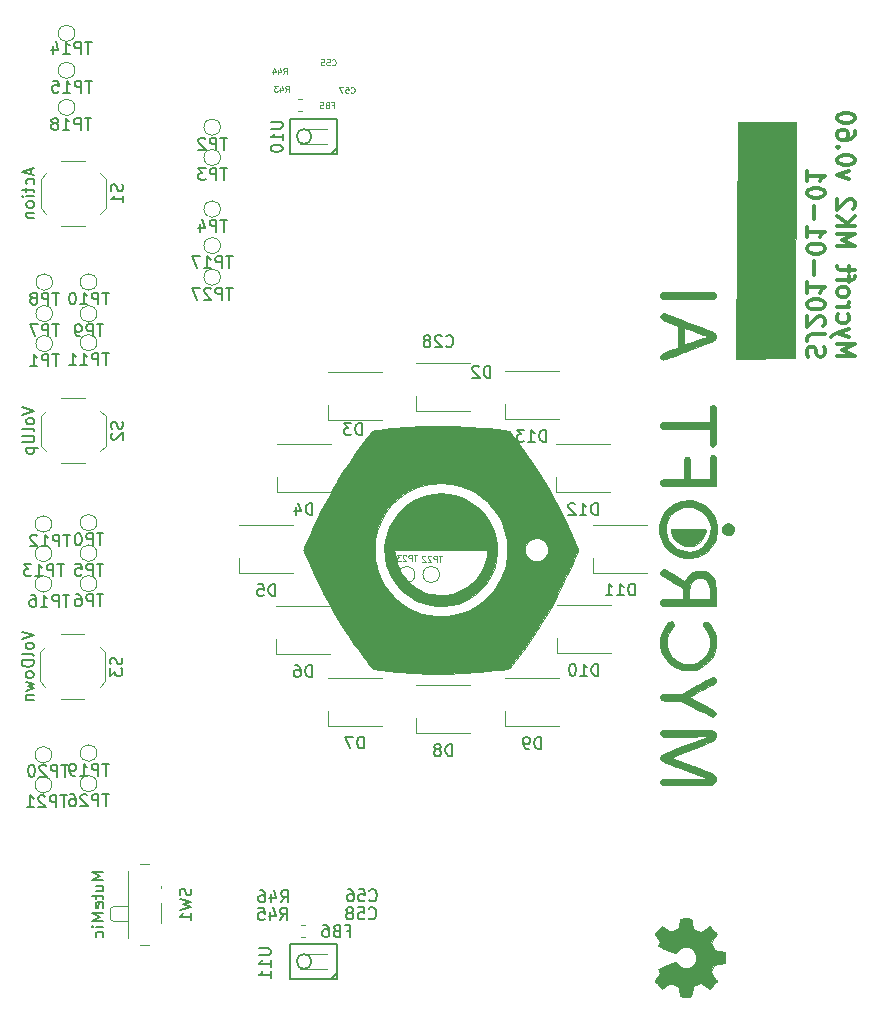
<source format=gbr>
G04 #@! TF.GenerationSoftware,KiCad,Pcbnew,(5.1.6)-1*
G04 #@! TF.CreationDate,2020-07-14T17:50:17-07:00*
G04 #@! TF.ProjectId,Mycroft - Mark 2,4d796372-6f66-4742-902d-204d61726b20,rev?*
G04 #@! TF.SameCoordinates,Original*
G04 #@! TF.FileFunction,Legend,Bot*
G04 #@! TF.FilePolarity,Positive*
%FSLAX46Y46*%
G04 Gerber Fmt 4.6, Leading zero omitted, Abs format (unit mm)*
G04 Created by KiCad (PCBNEW (5.1.6)-1) date 2020-07-14 17:50:17*
%MOMM*%
%LPD*%
G01*
G04 APERTURE LIST*
%ADD10C,0.100000*%
%ADD11C,0.300000*%
%ADD12C,0.010000*%
%ADD13C,0.120000*%
%ADD14C,0.150000*%
%ADD15C,0.050000*%
G04 APERTURE END LIST*
D10*
G36*
X66107945Y-17560290D02*
G01*
X66009520Y-37581840D01*
X61008260Y-37602160D01*
X61176535Y-17552670D01*
X66107945Y-17560290D01*
G37*
X66107945Y-17560290D02*
X66009520Y-37581840D01*
X61008260Y-37602160D01*
X61176535Y-17552670D01*
X66107945Y-17560290D01*
D11*
X69562508Y-37364977D02*
X71062508Y-37364977D01*
X69991080Y-36864977D01*
X71062508Y-36364977D01*
X69562508Y-36364977D01*
X70562508Y-35793548D02*
X69562508Y-35436405D01*
X70562508Y-35079262D02*
X69562508Y-35436405D01*
X69205365Y-35579262D01*
X69133937Y-35650691D01*
X69062508Y-35793548D01*
X69633937Y-33864977D02*
X69562508Y-34007834D01*
X69562508Y-34293548D01*
X69633937Y-34436405D01*
X69705365Y-34507834D01*
X69848222Y-34579262D01*
X70276794Y-34579262D01*
X70419651Y-34507834D01*
X70491080Y-34436405D01*
X70562508Y-34293548D01*
X70562508Y-34007834D01*
X70491080Y-33864977D01*
X69562508Y-33222120D02*
X70562508Y-33222120D01*
X70276794Y-33222120D02*
X70419651Y-33150691D01*
X70491080Y-33079262D01*
X70562508Y-32936405D01*
X70562508Y-32793548D01*
X69562508Y-32079262D02*
X69633937Y-32222120D01*
X69705365Y-32293548D01*
X69848222Y-32364977D01*
X70276794Y-32364977D01*
X70419651Y-32293548D01*
X70491080Y-32222120D01*
X70562508Y-32079262D01*
X70562508Y-31864977D01*
X70491080Y-31722120D01*
X70419651Y-31650691D01*
X70276794Y-31579262D01*
X69848222Y-31579262D01*
X69705365Y-31650691D01*
X69633937Y-31722120D01*
X69562508Y-31864977D01*
X69562508Y-32079262D01*
X70562508Y-31150691D02*
X70562508Y-30579262D01*
X69562508Y-30936405D02*
X70848222Y-30936405D01*
X70991080Y-30864977D01*
X71062508Y-30722120D01*
X71062508Y-30579262D01*
X70562508Y-30293548D02*
X70562508Y-29722120D01*
X71062508Y-30079262D02*
X69776794Y-30079262D01*
X69633937Y-30007834D01*
X69562508Y-29864977D01*
X69562508Y-29722120D01*
X69562508Y-28079262D02*
X71062508Y-28079262D01*
X69991080Y-27579262D01*
X71062508Y-27079262D01*
X69562508Y-27079262D01*
X69562508Y-26364977D02*
X71062508Y-26364977D01*
X69562508Y-25507834D02*
X70419651Y-26150691D01*
X71062508Y-25507834D02*
X70205365Y-26364977D01*
X70919651Y-24936405D02*
X70991080Y-24864977D01*
X71062508Y-24722120D01*
X71062508Y-24364977D01*
X70991080Y-24222120D01*
X70919651Y-24150691D01*
X70776794Y-24079262D01*
X70633937Y-24079262D01*
X70419651Y-24150691D01*
X69562508Y-25007834D01*
X69562508Y-24079262D01*
X70562508Y-22436405D02*
X69562508Y-22079262D01*
X70562508Y-21722120D01*
X71062508Y-20864977D02*
X71062508Y-20722120D01*
X70991080Y-20579262D01*
X70919651Y-20507834D01*
X70776794Y-20436405D01*
X70491080Y-20364977D01*
X70133937Y-20364977D01*
X69848222Y-20436405D01*
X69705365Y-20507834D01*
X69633937Y-20579262D01*
X69562508Y-20722120D01*
X69562508Y-20864977D01*
X69633937Y-21007834D01*
X69705365Y-21079262D01*
X69848222Y-21150691D01*
X70133937Y-21222120D01*
X70491080Y-21222120D01*
X70776794Y-21150691D01*
X70919651Y-21079262D01*
X70991080Y-21007834D01*
X71062508Y-20864977D01*
X69705365Y-19722120D02*
X69633937Y-19650691D01*
X69562508Y-19722120D01*
X69633937Y-19793548D01*
X69705365Y-19722120D01*
X69562508Y-19722120D01*
X71062508Y-18364977D02*
X71062508Y-18650691D01*
X70991080Y-18793548D01*
X70919651Y-18864977D01*
X70705365Y-19007834D01*
X70419651Y-19079262D01*
X69848222Y-19079262D01*
X69705365Y-19007834D01*
X69633937Y-18936405D01*
X69562508Y-18793548D01*
X69562508Y-18507834D01*
X69633937Y-18364977D01*
X69705365Y-18293548D01*
X69848222Y-18222120D01*
X70205365Y-18222120D01*
X70348222Y-18293548D01*
X70419651Y-18364977D01*
X70491080Y-18507834D01*
X70491080Y-18793548D01*
X70419651Y-18936405D01*
X70348222Y-19007834D01*
X70205365Y-19079262D01*
X71062508Y-17293548D02*
X71062508Y-17150691D01*
X70991080Y-17007834D01*
X70919651Y-16936405D01*
X70776794Y-16864977D01*
X70491080Y-16793548D01*
X70133937Y-16793548D01*
X69848222Y-16864977D01*
X69705365Y-16936405D01*
X69633937Y-17007834D01*
X69562508Y-17150691D01*
X69562508Y-17293548D01*
X69633937Y-17436405D01*
X69705365Y-17507834D01*
X69848222Y-17579262D01*
X70133937Y-17650691D01*
X70491080Y-17650691D01*
X70776794Y-17579262D01*
X70919651Y-17507834D01*
X70991080Y-17436405D01*
X71062508Y-17293548D01*
X67083937Y-37436405D02*
X67012508Y-37222120D01*
X67012508Y-36864977D01*
X67083937Y-36722120D01*
X67155365Y-36650691D01*
X67298222Y-36579262D01*
X67441080Y-36579262D01*
X67583937Y-36650691D01*
X67655365Y-36722120D01*
X67726794Y-36864977D01*
X67798222Y-37150691D01*
X67869651Y-37293548D01*
X67941080Y-37364977D01*
X68083937Y-37436405D01*
X68226794Y-37436405D01*
X68369651Y-37364977D01*
X68441080Y-37293548D01*
X68512508Y-37150691D01*
X68512508Y-36793548D01*
X68441080Y-36579262D01*
X68512508Y-35507834D02*
X67441080Y-35507834D01*
X67226794Y-35579262D01*
X67083937Y-35722120D01*
X67012508Y-35936405D01*
X67012508Y-36079262D01*
X68369651Y-34864977D02*
X68441080Y-34793548D01*
X68512508Y-34650691D01*
X68512508Y-34293548D01*
X68441080Y-34150691D01*
X68369651Y-34079262D01*
X68226794Y-34007834D01*
X68083937Y-34007834D01*
X67869651Y-34079262D01*
X67012508Y-34936405D01*
X67012508Y-34007834D01*
X68512508Y-33079262D02*
X68512508Y-32936405D01*
X68441080Y-32793548D01*
X68369651Y-32722120D01*
X68226794Y-32650691D01*
X67941080Y-32579262D01*
X67583937Y-32579262D01*
X67298222Y-32650691D01*
X67155365Y-32722120D01*
X67083937Y-32793548D01*
X67012508Y-32936405D01*
X67012508Y-33079262D01*
X67083937Y-33222120D01*
X67155365Y-33293548D01*
X67298222Y-33364977D01*
X67583937Y-33436405D01*
X67941080Y-33436405D01*
X68226794Y-33364977D01*
X68369651Y-33293548D01*
X68441080Y-33222120D01*
X68512508Y-33079262D01*
X67012508Y-31150691D02*
X67012508Y-32007834D01*
X67012508Y-31579262D02*
X68512508Y-31579262D01*
X68298222Y-31722120D01*
X68155365Y-31864977D01*
X68083937Y-32007834D01*
X67583937Y-30507834D02*
X67583937Y-29364977D01*
X68512508Y-28364977D02*
X68512508Y-28222120D01*
X68441080Y-28079262D01*
X68369651Y-28007834D01*
X68226794Y-27936405D01*
X67941080Y-27864977D01*
X67583937Y-27864977D01*
X67298222Y-27936405D01*
X67155365Y-28007834D01*
X67083937Y-28079262D01*
X67012508Y-28222120D01*
X67012508Y-28364977D01*
X67083937Y-28507834D01*
X67155365Y-28579262D01*
X67298222Y-28650691D01*
X67583937Y-28722120D01*
X67941080Y-28722120D01*
X68226794Y-28650691D01*
X68369651Y-28579262D01*
X68441080Y-28507834D01*
X68512508Y-28364977D01*
X67012508Y-26436405D02*
X67012508Y-27293548D01*
X67012508Y-26864977D02*
X68512508Y-26864977D01*
X68298222Y-27007834D01*
X68155365Y-27150691D01*
X68083937Y-27293548D01*
X67583937Y-25793548D02*
X67583937Y-24650691D01*
X68512508Y-23650691D02*
X68512508Y-23507834D01*
X68441080Y-23364977D01*
X68369651Y-23293548D01*
X68226794Y-23222120D01*
X67941080Y-23150691D01*
X67583937Y-23150691D01*
X67298222Y-23222120D01*
X67155365Y-23293548D01*
X67083937Y-23364977D01*
X67012508Y-23507834D01*
X67012508Y-23650691D01*
X67083937Y-23793548D01*
X67155365Y-23864977D01*
X67298222Y-23936405D01*
X67583937Y-24007834D01*
X67941080Y-24007834D01*
X68226794Y-23936405D01*
X68369651Y-23864977D01*
X68441080Y-23793548D01*
X68512508Y-23650691D01*
X67012508Y-21722120D02*
X67012508Y-22579262D01*
X67012508Y-22150691D02*
X68512508Y-22150691D01*
X68298222Y-22293548D01*
X68155365Y-22436405D01*
X68083937Y-22579262D01*
D12*
G36*
X59372711Y-51700557D02*
G01*
X59329337Y-51450240D01*
X59176171Y-51023958D01*
X58952629Y-50638985D01*
X58665644Y-50302110D01*
X58322150Y-50020121D01*
X57929081Y-49799808D01*
X57493369Y-49647960D01*
X57487003Y-49646353D01*
X57208172Y-49602856D01*
X56887512Y-49595022D01*
X56559162Y-49621131D01*
X56257259Y-49679462D01*
X56144043Y-49714033D01*
X55746043Y-49896934D01*
X55383440Y-50149835D01*
X55067346Y-50461626D01*
X54808875Y-50821196D01*
X54619140Y-51217436D01*
X54607291Y-51250309D01*
X54547613Y-51482460D01*
X54509029Y-51762172D01*
X54492882Y-52059345D01*
X54500515Y-52343879D01*
X54533273Y-52585672D01*
X54545452Y-52635573D01*
X54705685Y-53069291D01*
X54933695Y-53459483D01*
X55222526Y-53799187D01*
X55565223Y-54081441D01*
X55954832Y-54299287D01*
X56343974Y-54435603D01*
X56608130Y-54480380D01*
X56914102Y-54494494D01*
X57033032Y-54488812D01*
X57033032Y-53944228D01*
X56662531Y-53926541D01*
X56311898Y-53838740D01*
X55988665Y-53688014D01*
X55700361Y-53481556D01*
X55454518Y-53226556D01*
X55258666Y-52930205D01*
X55120336Y-52599694D01*
X55047060Y-52242215D01*
X55046366Y-51864958D01*
X55079277Y-51653407D01*
X55176344Y-51349365D01*
X55331001Y-51044873D01*
X55524356Y-50775800D01*
X55565866Y-50729544D01*
X55823158Y-50509956D01*
X56135159Y-50332671D01*
X56478363Y-50207573D01*
X56829267Y-50144544D01*
X56970474Y-50138941D01*
X57339772Y-50181654D01*
X57692459Y-50299976D01*
X58017188Y-50485011D01*
X58302611Y-50727866D01*
X58537379Y-51019645D01*
X58710146Y-51351454D01*
X58776348Y-51554384D01*
X58838671Y-51954869D01*
X58818753Y-52345463D01*
X58718919Y-52718067D01*
X58541492Y-53064584D01*
X58288797Y-53376915D01*
X58239354Y-53425242D01*
X57995129Y-53628271D01*
X57745742Y-53771310D01*
X57456494Y-53873717D01*
X57415871Y-53884608D01*
X57033032Y-53944228D01*
X57033032Y-54488812D01*
X57230840Y-54479360D01*
X57527296Y-54436393D01*
X57762140Y-54370976D01*
X58006621Y-54259381D01*
X58263152Y-54110887D01*
X58502287Y-53944500D01*
X58694580Y-53779223D01*
X58720866Y-53752208D01*
X58923416Y-53500062D01*
X59109316Y-53200545D01*
X59255769Y-52890725D01*
X59264412Y-52868406D01*
X59332712Y-52620220D01*
X59374474Y-52322181D01*
X59388280Y-52005292D01*
X59372711Y-51700557D01*
G37*
X59372711Y-51700557D02*
X59329337Y-51450240D01*
X59176171Y-51023958D01*
X58952629Y-50638985D01*
X58665644Y-50302110D01*
X58322150Y-50020121D01*
X57929081Y-49799808D01*
X57493369Y-49647960D01*
X57487003Y-49646353D01*
X57208172Y-49602856D01*
X56887512Y-49595022D01*
X56559162Y-49621131D01*
X56257259Y-49679462D01*
X56144043Y-49714033D01*
X55746043Y-49896934D01*
X55383440Y-50149835D01*
X55067346Y-50461626D01*
X54808875Y-50821196D01*
X54619140Y-51217436D01*
X54607291Y-51250309D01*
X54547613Y-51482460D01*
X54509029Y-51762172D01*
X54492882Y-52059345D01*
X54500515Y-52343879D01*
X54533273Y-52585672D01*
X54545452Y-52635573D01*
X54705685Y-53069291D01*
X54933695Y-53459483D01*
X55222526Y-53799187D01*
X55565223Y-54081441D01*
X55954832Y-54299287D01*
X56343974Y-54435603D01*
X56608130Y-54480380D01*
X56914102Y-54494494D01*
X57033032Y-54488812D01*
X57033032Y-53944228D01*
X56662531Y-53926541D01*
X56311898Y-53838740D01*
X55988665Y-53688014D01*
X55700361Y-53481556D01*
X55454518Y-53226556D01*
X55258666Y-52930205D01*
X55120336Y-52599694D01*
X55047060Y-52242215D01*
X55046366Y-51864958D01*
X55079277Y-51653407D01*
X55176344Y-51349365D01*
X55331001Y-51044873D01*
X55524356Y-50775800D01*
X55565866Y-50729544D01*
X55823158Y-50509956D01*
X56135159Y-50332671D01*
X56478363Y-50207573D01*
X56829267Y-50144544D01*
X56970474Y-50138941D01*
X57339772Y-50181654D01*
X57692459Y-50299976D01*
X58017188Y-50485011D01*
X58302611Y-50727866D01*
X58537379Y-51019645D01*
X58710146Y-51351454D01*
X58776348Y-51554384D01*
X58838671Y-51954869D01*
X58818753Y-52345463D01*
X58718919Y-52718067D01*
X58541492Y-53064584D01*
X58288797Y-53376915D01*
X58239354Y-53425242D01*
X57995129Y-53628271D01*
X57745742Y-53771310D01*
X57456494Y-53873717D01*
X57415871Y-53884608D01*
X57033032Y-53944228D01*
X57033032Y-54488812D01*
X57230840Y-54479360D01*
X57527296Y-54436393D01*
X57762140Y-54370976D01*
X58006621Y-54259381D01*
X58263152Y-54110887D01*
X58502287Y-53944500D01*
X58694580Y-53779223D01*
X58720866Y-53752208D01*
X58923416Y-53500062D01*
X59109316Y-53200545D01*
X59255769Y-52890725D01*
X59264412Y-52868406D01*
X59332712Y-52620220D01*
X59374474Y-52322181D01*
X59388280Y-52005292D01*
X59372711Y-51700557D01*
G36*
X59273950Y-61071070D02*
G01*
X59216552Y-60870994D01*
X59118039Y-60625617D01*
X58995390Y-60394596D01*
X58858567Y-60190965D01*
X58717531Y-60027761D01*
X58582244Y-59918019D01*
X58462667Y-59874773D01*
X58455073Y-59874573D01*
X58316451Y-59908791D01*
X58222523Y-59996804D01*
X58184427Y-60116655D01*
X58213302Y-60246383D01*
X58243127Y-60292410D01*
X58458958Y-60587878D01*
X58613520Y-60854575D01*
X58715292Y-61111725D01*
X58772754Y-61378554D01*
X58787949Y-61527680D01*
X58775865Y-61917632D01*
X58683243Y-62281761D01*
X58509877Y-62620633D01*
X58281391Y-62907933D01*
X57998445Y-63158897D01*
X57691982Y-63333568D01*
X57350849Y-63436630D01*
X56963892Y-63472763D01*
X56935584Y-63472906D01*
X56552346Y-63433351D01*
X56197783Y-63319991D01*
X55879893Y-63140792D01*
X55606675Y-62903716D01*
X55386126Y-62616727D01*
X55226245Y-62287786D01*
X55135030Y-61924859D01*
X55116307Y-61661592D01*
X55152011Y-61279654D01*
X55261822Y-60924243D01*
X55449788Y-60584725D01*
X55603430Y-60382227D01*
X55710494Y-60223253D01*
X55740132Y-60090298D01*
X55692552Y-59975608D01*
X55616420Y-59904257D01*
X55524553Y-59849259D01*
X55443207Y-59848283D01*
X55377437Y-59871620D01*
X55272656Y-59937584D01*
X55160999Y-60040336D01*
X55127630Y-60078956D01*
X54862705Y-60468977D01*
X54680440Y-60875705D01*
X54579972Y-61301977D01*
X54560439Y-61750631D01*
X54571857Y-61906573D01*
X54654969Y-62324423D01*
X54812147Y-62713617D01*
X55035426Y-63066455D01*
X55316838Y-63375242D01*
X55648419Y-63632277D01*
X56022203Y-63829864D01*
X56430223Y-63960304D01*
X56747297Y-64008888D01*
X57178518Y-64005961D01*
X57587206Y-63927622D01*
X57967435Y-63781399D01*
X58313282Y-63574818D01*
X58618825Y-63315407D01*
X58878138Y-63010695D01*
X59085299Y-62668209D01*
X59234385Y-62295475D01*
X59319470Y-61900023D01*
X59334633Y-61489378D01*
X59273950Y-61071070D01*
G37*
X59273950Y-61071070D02*
X59216552Y-60870994D01*
X59118039Y-60625617D01*
X58995390Y-60394596D01*
X58858567Y-60190965D01*
X58717531Y-60027761D01*
X58582244Y-59918019D01*
X58462667Y-59874773D01*
X58455073Y-59874573D01*
X58316451Y-59908791D01*
X58222523Y-59996804D01*
X58184427Y-60116655D01*
X58213302Y-60246383D01*
X58243127Y-60292410D01*
X58458958Y-60587878D01*
X58613520Y-60854575D01*
X58715292Y-61111725D01*
X58772754Y-61378554D01*
X58787949Y-61527680D01*
X58775865Y-61917632D01*
X58683243Y-62281761D01*
X58509877Y-62620633D01*
X58281391Y-62907933D01*
X57998445Y-63158897D01*
X57691982Y-63333568D01*
X57350849Y-63436630D01*
X56963892Y-63472763D01*
X56935584Y-63472906D01*
X56552346Y-63433351D01*
X56197783Y-63319991D01*
X55879893Y-63140792D01*
X55606675Y-62903716D01*
X55386126Y-62616727D01*
X55226245Y-62287786D01*
X55135030Y-61924859D01*
X55116307Y-61661592D01*
X55152011Y-61279654D01*
X55261822Y-60924243D01*
X55449788Y-60584725D01*
X55603430Y-60382227D01*
X55710494Y-60223253D01*
X55740132Y-60090298D01*
X55692552Y-59975608D01*
X55616420Y-59904257D01*
X55524553Y-59849259D01*
X55443207Y-59848283D01*
X55377437Y-59871620D01*
X55272656Y-59937584D01*
X55160999Y-60040336D01*
X55127630Y-60078956D01*
X54862705Y-60468977D01*
X54680440Y-60875705D01*
X54579972Y-61301977D01*
X54560439Y-61750631D01*
X54571857Y-61906573D01*
X54654969Y-62324423D01*
X54812147Y-62713617D01*
X55035426Y-63066455D01*
X55316838Y-63375242D01*
X55648419Y-63632277D01*
X56022203Y-63829864D01*
X56430223Y-63960304D01*
X56747297Y-64008888D01*
X57178518Y-64005961D01*
X57587206Y-63927622D01*
X57967435Y-63781399D01*
X58313282Y-63574818D01*
X58618825Y-63315407D01*
X58878138Y-63010695D01*
X59085299Y-62668209D01*
X59234385Y-62295475D01*
X59319470Y-61900023D01*
X59334633Y-61489378D01*
X59273950Y-61071070D01*
G36*
X59264915Y-69400191D02*
G01*
X59181276Y-69231517D01*
X59057630Y-69115371D01*
X58913786Y-69018573D01*
X54773792Y-69018573D01*
X54669883Y-69122482D01*
X54583095Y-69248176D01*
X54580269Y-69371608D01*
X54661466Y-69498548D01*
X54674092Y-69511540D01*
X54782211Y-69619658D01*
X56723747Y-69604866D01*
X57119762Y-69601944D01*
X57488342Y-69599409D01*
X57821159Y-69597306D01*
X58109885Y-69595677D01*
X58346193Y-69594568D01*
X58521754Y-69594021D01*
X58628240Y-69594080D01*
X58658211Y-69594662D01*
X58618480Y-69610162D01*
X58507139Y-69652906D01*
X58331706Y-69720023D01*
X58099702Y-69808644D01*
X57818645Y-69915897D01*
X57496056Y-70038913D01*
X57139454Y-70174820D01*
X56756358Y-70320749D01*
X56669050Y-70353996D01*
X56217396Y-70526289D01*
X55838500Y-70671700D01*
X55525825Y-70793019D01*
X55272834Y-70893035D01*
X55072988Y-70974540D01*
X54919749Y-71040323D01*
X54806580Y-71093175D01*
X54726944Y-71135885D01*
X54674301Y-71171244D01*
X54642114Y-71202043D01*
X54626467Y-71225721D01*
X54582360Y-71337803D01*
X54565974Y-71427110D01*
X54569989Y-71478202D01*
X54586177Y-71526055D01*
X54620749Y-71573644D01*
X54679919Y-71623945D01*
X54769900Y-71679933D01*
X54896904Y-71744584D01*
X55067144Y-71820873D01*
X55286832Y-71911777D01*
X55562182Y-72020270D01*
X55899406Y-72149329D01*
X56304717Y-72301928D01*
X56703807Y-72451028D01*
X57088720Y-72594610D01*
X57448658Y-72728991D01*
X57776006Y-72851318D01*
X58063144Y-72958740D01*
X58302457Y-73048405D01*
X58486327Y-73117460D01*
X58607137Y-73163054D01*
X58657270Y-73182335D01*
X58658211Y-73182770D01*
X58618746Y-73183607D01*
X58502932Y-73183784D01*
X58319086Y-73183342D01*
X58075525Y-73182319D01*
X57780564Y-73180755D01*
X57442519Y-73178689D01*
X57069707Y-73176160D01*
X56718129Y-73173574D01*
X54770976Y-73158742D01*
X54668475Y-73255037D01*
X54582880Y-73380696D01*
X54577535Y-73512275D01*
X54650640Y-73632906D01*
X54672075Y-73651998D01*
X54699694Y-73667982D01*
X54740684Y-73681134D01*
X54802228Y-73691730D01*
X54891514Y-73700045D01*
X55015726Y-73706356D01*
X55182050Y-73710938D01*
X55397672Y-73714068D01*
X55669777Y-73716020D01*
X56005550Y-73717071D01*
X56412178Y-73717497D01*
X56856207Y-73717573D01*
X58977107Y-73717573D01*
X59121040Y-73573640D01*
X59210217Y-73472482D01*
X59252629Y-73377716D01*
X59264739Y-73248263D01*
X59264974Y-73214474D01*
X59263844Y-73129304D01*
X59256151Y-73055435D01*
X59235439Y-72989211D01*
X59195256Y-72926978D01*
X59129144Y-72865081D01*
X59030650Y-72799866D01*
X58893320Y-72727676D01*
X58710697Y-72644858D01*
X58476328Y-72547757D01*
X58183757Y-72432717D01*
X57826530Y-72296084D01*
X57398193Y-72134204D01*
X57275307Y-72087878D01*
X56909253Y-71949474D01*
X56567607Y-71819495D01*
X56258538Y-71701105D01*
X55990214Y-71597470D01*
X55770802Y-71511756D01*
X55608470Y-71447130D01*
X55511385Y-71406757D01*
X55486477Y-71394491D01*
X55518010Y-71373486D01*
X55621025Y-71325799D01*
X55787767Y-71254586D01*
X56010484Y-71163001D01*
X56281422Y-71054200D01*
X56592829Y-70931341D01*
X56936950Y-70797577D01*
X57220531Y-70688679D01*
X57591240Y-70545896D01*
X57940666Y-70409076D01*
X58260154Y-70281770D01*
X58541049Y-70167527D01*
X58774694Y-70069897D01*
X58952436Y-69992431D01*
X59065618Y-69938679D01*
X59101785Y-69917074D01*
X59226279Y-69763113D01*
X59280286Y-69584104D01*
X59264915Y-69400191D01*
G37*
X59264915Y-69400191D02*
X59181276Y-69231517D01*
X59057630Y-69115371D01*
X58913786Y-69018573D01*
X54773792Y-69018573D01*
X54669883Y-69122482D01*
X54583095Y-69248176D01*
X54580269Y-69371608D01*
X54661466Y-69498548D01*
X54674092Y-69511540D01*
X54782211Y-69619658D01*
X56723747Y-69604866D01*
X57119762Y-69601944D01*
X57488342Y-69599409D01*
X57821159Y-69597306D01*
X58109885Y-69595677D01*
X58346193Y-69594568D01*
X58521754Y-69594021D01*
X58628240Y-69594080D01*
X58658211Y-69594662D01*
X58618480Y-69610162D01*
X58507139Y-69652906D01*
X58331706Y-69720023D01*
X58099702Y-69808644D01*
X57818645Y-69915897D01*
X57496056Y-70038913D01*
X57139454Y-70174820D01*
X56756358Y-70320749D01*
X56669050Y-70353996D01*
X56217396Y-70526289D01*
X55838500Y-70671700D01*
X55525825Y-70793019D01*
X55272834Y-70893035D01*
X55072988Y-70974540D01*
X54919749Y-71040323D01*
X54806580Y-71093175D01*
X54726944Y-71135885D01*
X54674301Y-71171244D01*
X54642114Y-71202043D01*
X54626467Y-71225721D01*
X54582360Y-71337803D01*
X54565974Y-71427110D01*
X54569989Y-71478202D01*
X54586177Y-71526055D01*
X54620749Y-71573644D01*
X54679919Y-71623945D01*
X54769900Y-71679933D01*
X54896904Y-71744584D01*
X55067144Y-71820873D01*
X55286832Y-71911777D01*
X55562182Y-72020270D01*
X55899406Y-72149329D01*
X56304717Y-72301928D01*
X56703807Y-72451028D01*
X57088720Y-72594610D01*
X57448658Y-72728991D01*
X57776006Y-72851318D01*
X58063144Y-72958740D01*
X58302457Y-73048405D01*
X58486327Y-73117460D01*
X58607137Y-73163054D01*
X58657270Y-73182335D01*
X58658211Y-73182770D01*
X58618746Y-73183607D01*
X58502932Y-73183784D01*
X58319086Y-73183342D01*
X58075525Y-73182319D01*
X57780564Y-73180755D01*
X57442519Y-73178689D01*
X57069707Y-73176160D01*
X56718129Y-73173574D01*
X54770976Y-73158742D01*
X54668475Y-73255037D01*
X54582880Y-73380696D01*
X54577535Y-73512275D01*
X54650640Y-73632906D01*
X54672075Y-73651998D01*
X54699694Y-73667982D01*
X54740684Y-73681134D01*
X54802228Y-73691730D01*
X54891514Y-73700045D01*
X55015726Y-73706356D01*
X55182050Y-73710938D01*
X55397672Y-73714068D01*
X55669777Y-73716020D01*
X56005550Y-73717071D01*
X56412178Y-73717497D01*
X56856207Y-73717573D01*
X58977107Y-73717573D01*
X59121040Y-73573640D01*
X59210217Y-73472482D01*
X59252629Y-73377716D01*
X59264739Y-73248263D01*
X59264974Y-73214474D01*
X59263844Y-73129304D01*
X59256151Y-73055435D01*
X59235439Y-72989211D01*
X59195256Y-72926978D01*
X59129144Y-72865081D01*
X59030650Y-72799866D01*
X58893320Y-72727676D01*
X58710697Y-72644858D01*
X58476328Y-72547757D01*
X58183757Y-72432717D01*
X57826530Y-72296084D01*
X57398193Y-72134204D01*
X57275307Y-72087878D01*
X56909253Y-71949474D01*
X56567607Y-71819495D01*
X56258538Y-71701105D01*
X55990214Y-71597470D01*
X55770802Y-71511756D01*
X55608470Y-71447130D01*
X55511385Y-71406757D01*
X55486477Y-71394491D01*
X55518010Y-71373486D01*
X55621025Y-71325799D01*
X55787767Y-71254586D01*
X56010484Y-71163001D01*
X56281422Y-71054200D01*
X56592829Y-70931341D01*
X56936950Y-70797577D01*
X57220531Y-70688679D01*
X57591240Y-70545896D01*
X57940666Y-70409076D01*
X58260154Y-70281770D01*
X58541049Y-70167527D01*
X58774694Y-70069897D01*
X58952436Y-69992431D01*
X59065618Y-69938679D01*
X59101785Y-69917074D01*
X59226279Y-69763113D01*
X59280286Y-69584104D01*
X59264915Y-69400191D01*
G36*
X59293734Y-67586801D02*
G01*
X59248496Y-67524220D01*
X59164810Y-67450533D01*
X59035895Y-67361276D01*
X58854972Y-67251985D01*
X58615258Y-67118195D01*
X58309972Y-66955443D01*
X58085510Y-66838406D01*
X57811386Y-66695477D01*
X57563435Y-66564549D01*
X57351169Y-66450776D01*
X57184099Y-66359314D01*
X57071737Y-66295319D01*
X57023594Y-66263946D01*
X57022481Y-66262239D01*
X57058123Y-66236666D01*
X57159506Y-66176871D01*
X57317401Y-66087968D01*
X57522574Y-65975072D01*
X57765795Y-65843295D01*
X58037831Y-65697752D01*
X58126103Y-65650885D01*
X58461849Y-65472114D01*
X58729305Y-65326731D01*
X58935434Y-65209333D01*
X59087203Y-65114515D01*
X59191578Y-65036875D01*
X59255524Y-64971008D01*
X59286006Y-64911511D01*
X59289991Y-64852981D01*
X59274445Y-64790013D01*
X59265952Y-64766647D01*
X59186528Y-64654230D01*
X59067482Y-64584290D01*
X59001733Y-64573573D01*
X58952263Y-64593191D01*
X58837553Y-64648933D01*
X58666557Y-64736135D01*
X58448227Y-64850130D01*
X58191517Y-64986251D01*
X57905380Y-65139835D01*
X57661418Y-65272073D01*
X56378243Y-65970573D01*
X55556775Y-65970573D01*
X55271849Y-65971115D01*
X55059307Y-65973505D01*
X54906869Y-65978890D01*
X54802255Y-65988419D01*
X54733184Y-66003238D01*
X54687377Y-66024495D01*
X54652554Y-66053338D01*
X54650640Y-66055240D01*
X54576208Y-66182061D01*
X54575309Y-66321498D01*
X54646264Y-66447289D01*
X54677516Y-66475501D01*
X54722200Y-66506436D01*
X54774716Y-66529127D01*
X54848079Y-66544839D01*
X54955304Y-66554839D01*
X55109406Y-66560394D01*
X55323399Y-66562771D01*
X55579013Y-66563240D01*
X56368968Y-66563240D01*
X57637054Y-67240402D01*
X57961472Y-67411882D01*
X58257716Y-67565039D01*
X58517438Y-67695780D01*
X58732287Y-67800011D01*
X58893913Y-67873636D01*
X58993966Y-67912563D01*
X59018485Y-67917736D01*
X59121824Y-67884364D01*
X59223385Y-67803009D01*
X59293163Y-67702236D01*
X59307307Y-67642740D01*
X59293734Y-67586801D01*
G37*
X59293734Y-67586801D02*
X59248496Y-67524220D01*
X59164810Y-67450533D01*
X59035895Y-67361276D01*
X58854972Y-67251985D01*
X58615258Y-67118195D01*
X58309972Y-66955443D01*
X58085510Y-66838406D01*
X57811386Y-66695477D01*
X57563435Y-66564549D01*
X57351169Y-66450776D01*
X57184099Y-66359314D01*
X57071737Y-66295319D01*
X57023594Y-66263946D01*
X57022481Y-66262239D01*
X57058123Y-66236666D01*
X57159506Y-66176871D01*
X57317401Y-66087968D01*
X57522574Y-65975072D01*
X57765795Y-65843295D01*
X58037831Y-65697752D01*
X58126103Y-65650885D01*
X58461849Y-65472114D01*
X58729305Y-65326731D01*
X58935434Y-65209333D01*
X59087203Y-65114515D01*
X59191578Y-65036875D01*
X59255524Y-64971008D01*
X59286006Y-64911511D01*
X59289991Y-64852981D01*
X59274445Y-64790013D01*
X59265952Y-64766647D01*
X59186528Y-64654230D01*
X59067482Y-64584290D01*
X59001733Y-64573573D01*
X58952263Y-64593191D01*
X58837553Y-64648933D01*
X58666557Y-64736135D01*
X58448227Y-64850130D01*
X58191517Y-64986251D01*
X57905380Y-65139835D01*
X57661418Y-65272073D01*
X56378243Y-65970573D01*
X55556775Y-65970573D01*
X55271849Y-65971115D01*
X55059307Y-65973505D01*
X54906869Y-65978890D01*
X54802255Y-65988419D01*
X54733184Y-66003238D01*
X54687377Y-66024495D01*
X54652554Y-66053338D01*
X54650640Y-66055240D01*
X54576208Y-66182061D01*
X54575309Y-66321498D01*
X54646264Y-66447289D01*
X54677516Y-66475501D01*
X54722200Y-66506436D01*
X54774716Y-66529127D01*
X54848079Y-66544839D01*
X54955304Y-66554839D01*
X55109406Y-66560394D01*
X55323399Y-66562771D01*
X55579013Y-66563240D01*
X56368968Y-66563240D01*
X57637054Y-67240402D01*
X57961472Y-67411882D01*
X58257716Y-67565039D01*
X58517438Y-67695780D01*
X58732287Y-67800011D01*
X58893913Y-67873636D01*
X58993966Y-67912563D01*
X59018485Y-67917736D01*
X59121824Y-67884364D01*
X59223385Y-67803009D01*
X59293163Y-67702236D01*
X59307307Y-67642740D01*
X59293734Y-67586801D01*
G36*
X59295214Y-57641490D02*
G01*
X59283898Y-57276941D01*
X59268826Y-56983886D01*
X59247795Y-56749168D01*
X59218600Y-56559627D01*
X59179040Y-56402106D01*
X59126910Y-56263447D01*
X59060007Y-56130492D01*
X59034823Y-56086498D01*
X58885919Y-55899640D01*
X58682054Y-55735218D01*
X58452929Y-55616558D01*
X58422573Y-55605621D01*
X58310344Y-55582013D01*
X58146212Y-55564752D01*
X57962883Y-55557103D01*
X57935740Y-55556987D01*
X57726421Y-55564020D01*
X57567402Y-55588533D01*
X57425095Y-55636533D01*
X57381140Y-55656177D01*
X57159490Y-55797641D01*
X56956534Y-55996553D01*
X56798174Y-56226001D01*
X56762015Y-56299511D01*
X56681596Y-56481312D01*
X55827250Y-55955442D01*
X55509381Y-55763063D01*
X55249427Y-55612731D01*
X55050443Y-55506101D01*
X54915483Y-55444826D01*
X54855754Y-55429573D01*
X54720112Y-55465313D01*
X54622590Y-55556904D01*
X54575441Y-55680906D01*
X54590918Y-55813876D01*
X54623758Y-55873416D01*
X54675252Y-55916205D01*
X54789318Y-55994536D01*
X54955226Y-56101587D01*
X55162244Y-56230535D01*
X55399642Y-56374554D01*
X55586842Y-56485805D01*
X56492140Y-57019169D01*
X56516080Y-57969573D01*
X54741452Y-57969573D01*
X54653713Y-58081116D01*
X54592509Y-58179811D01*
X54566004Y-58263955D01*
X54565974Y-58265906D01*
X54590994Y-58348810D01*
X54651421Y-58447759D01*
X54653713Y-58450697D01*
X54741452Y-58562240D01*
X58756974Y-58562240D01*
X58756974Y-57969573D01*
X57021307Y-57969573D01*
X57021307Y-57527157D01*
X57025824Y-57314502D01*
X57037951Y-57108164D01*
X57055555Y-56938847D01*
X57066817Y-56872538D01*
X57161014Y-56610462D01*
X57313484Y-56401456D01*
X57513256Y-56252396D01*
X57749359Y-56170157D01*
X58010823Y-56161614D01*
X58156628Y-56189505D01*
X58356610Y-56269345D01*
X58511945Y-56393387D01*
X58626137Y-56568936D01*
X58702687Y-56803299D01*
X58745097Y-57103783D01*
X58756974Y-57441995D01*
X58756974Y-57969573D01*
X58756974Y-58562240D01*
X59318359Y-58562240D01*
X59295214Y-57641490D01*
G37*
X59295214Y-57641490D02*
X59283898Y-57276941D01*
X59268826Y-56983886D01*
X59247795Y-56749168D01*
X59218600Y-56559627D01*
X59179040Y-56402106D01*
X59126910Y-56263447D01*
X59060007Y-56130492D01*
X59034823Y-56086498D01*
X58885919Y-55899640D01*
X58682054Y-55735218D01*
X58452929Y-55616558D01*
X58422573Y-55605621D01*
X58310344Y-55582013D01*
X58146212Y-55564752D01*
X57962883Y-55557103D01*
X57935740Y-55556987D01*
X57726421Y-55564020D01*
X57567402Y-55588533D01*
X57425095Y-55636533D01*
X57381140Y-55656177D01*
X57159490Y-55797641D01*
X56956534Y-55996553D01*
X56798174Y-56226001D01*
X56762015Y-56299511D01*
X56681596Y-56481312D01*
X55827250Y-55955442D01*
X55509381Y-55763063D01*
X55249427Y-55612731D01*
X55050443Y-55506101D01*
X54915483Y-55444826D01*
X54855754Y-55429573D01*
X54720112Y-55465313D01*
X54622590Y-55556904D01*
X54575441Y-55680906D01*
X54590918Y-55813876D01*
X54623758Y-55873416D01*
X54675252Y-55916205D01*
X54789318Y-55994536D01*
X54955226Y-56101587D01*
X55162244Y-56230535D01*
X55399642Y-56374554D01*
X55586842Y-56485805D01*
X56492140Y-57019169D01*
X56516080Y-57969573D01*
X54741452Y-57969573D01*
X54653713Y-58081116D01*
X54592509Y-58179811D01*
X54566004Y-58263955D01*
X54565974Y-58265906D01*
X54590994Y-58348810D01*
X54651421Y-58447759D01*
X54653713Y-58450697D01*
X54741452Y-58562240D01*
X58756974Y-58562240D01*
X58756974Y-57969573D01*
X57021307Y-57969573D01*
X57021307Y-57527157D01*
X57025824Y-57314502D01*
X57037951Y-57108164D01*
X57055555Y-56938847D01*
X57066817Y-56872538D01*
X57161014Y-56610462D01*
X57313484Y-56401456D01*
X57513256Y-56252396D01*
X57749359Y-56170157D01*
X58010823Y-56161614D01*
X58156628Y-56189505D01*
X58356610Y-56269345D01*
X58511945Y-56393387D01*
X58626137Y-56568936D01*
X58702687Y-56803299D01*
X58745097Y-57103783D01*
X58756974Y-57441995D01*
X58756974Y-57969573D01*
X58756974Y-58562240D01*
X59318359Y-58562240D01*
X59295214Y-57641490D01*
G36*
X59306683Y-47206323D02*
G01*
X59305939Y-46825391D01*
X59303090Y-46520497D01*
X59296552Y-46283012D01*
X59284740Y-46104308D01*
X59266070Y-45975759D01*
X59238956Y-45888736D01*
X59201813Y-45834611D01*
X59153058Y-45804757D01*
X59091105Y-45790546D01*
X59045773Y-45785841D01*
X58959118Y-45782870D01*
X58891735Y-45796381D01*
X58841211Y-45835569D01*
X58805137Y-45909634D01*
X58781102Y-46027771D01*
X58766694Y-46199177D01*
X58759504Y-46433050D01*
X58757121Y-46738588D01*
X58756974Y-46887659D01*
X58756974Y-47809573D01*
X57105974Y-47809573D01*
X57105974Y-46951159D01*
X57104662Y-46626329D01*
X57099019Y-46376409D01*
X57086485Y-46191657D01*
X57064499Y-46062337D01*
X57030500Y-45978707D01*
X56981928Y-45931029D01*
X56916222Y-45909565D01*
X56830821Y-45904573D01*
X56830807Y-45904573D01*
X56745403Y-45909563D01*
X56679695Y-45931024D01*
X56631120Y-45978697D01*
X56597119Y-46062321D01*
X56575132Y-46191634D01*
X56562596Y-46376376D01*
X56556953Y-46626287D01*
X56555641Y-46951105D01*
X56555640Y-46951159D01*
X56555640Y-47809573D01*
X55652853Y-47809573D01*
X55354318Y-47809838D01*
X55128761Y-47811399D01*
X54964494Y-47815409D01*
X54849828Y-47823018D01*
X54773075Y-47835376D01*
X54722546Y-47853637D01*
X54686554Y-47878950D01*
X54658020Y-47907552D01*
X54578642Y-48038540D01*
X54583766Y-48170793D01*
X54669883Y-48298331D01*
X54773792Y-48402240D01*
X59307307Y-48402240D01*
X59306683Y-47206323D01*
G37*
X59306683Y-47206323D02*
X59305939Y-46825391D01*
X59303090Y-46520497D01*
X59296552Y-46283012D01*
X59284740Y-46104308D01*
X59266070Y-45975759D01*
X59238956Y-45888736D01*
X59201813Y-45834611D01*
X59153058Y-45804757D01*
X59091105Y-45790546D01*
X59045773Y-45785841D01*
X58959118Y-45782870D01*
X58891735Y-45796381D01*
X58841211Y-45835569D01*
X58805137Y-45909634D01*
X58781102Y-46027771D01*
X58766694Y-46199177D01*
X58759504Y-46433050D01*
X58757121Y-46738588D01*
X58756974Y-46887659D01*
X58756974Y-47809573D01*
X57105974Y-47809573D01*
X57105974Y-46951159D01*
X57104662Y-46626329D01*
X57099019Y-46376409D01*
X57086485Y-46191657D01*
X57064499Y-46062337D01*
X57030500Y-45978707D01*
X56981928Y-45931029D01*
X56916222Y-45909565D01*
X56830821Y-45904573D01*
X56830807Y-45904573D01*
X56745403Y-45909563D01*
X56679695Y-45931024D01*
X56631120Y-45978697D01*
X56597119Y-46062321D01*
X56575132Y-46191634D01*
X56562596Y-46376376D01*
X56556953Y-46626287D01*
X56555641Y-46951105D01*
X56555640Y-46951159D01*
X56555640Y-47809573D01*
X55652853Y-47809573D01*
X55354318Y-47809838D01*
X55128761Y-47811399D01*
X54964494Y-47815409D01*
X54849828Y-47823018D01*
X54773075Y-47835376D01*
X54722546Y-47853637D01*
X54686554Y-47878950D01*
X54658020Y-47907552D01*
X54578642Y-48038540D01*
X54583766Y-48170793D01*
X54669883Y-48298331D01*
X54773792Y-48402240D01*
X59307307Y-48402240D01*
X59306683Y-47206323D01*
G36*
X59203398Y-41605816D02*
G01*
X59081580Y-41519129D01*
X58967575Y-41515551D01*
X58853709Y-41594954D01*
X58849020Y-41599885D01*
X58813610Y-41642824D01*
X58788647Y-41693574D01*
X58772318Y-41766723D01*
X58762810Y-41876858D01*
X58758313Y-42038566D01*
X58757012Y-42266435D01*
X58756974Y-42340718D01*
X58756974Y-42983573D01*
X54738605Y-42983573D01*
X54652290Y-43076222D01*
X54576732Y-43206720D01*
X54585342Y-43345856D01*
X54653713Y-43464697D01*
X54741452Y-43576240D01*
X58756974Y-43576240D01*
X58756974Y-44232406D01*
X58757817Y-44484337D01*
X58761421Y-44665693D01*
X58769395Y-44790563D01*
X58783348Y-44873031D01*
X58804891Y-44927183D01*
X58835633Y-44967104D01*
X58841640Y-44973240D01*
X58961121Y-45047493D01*
X59085729Y-45037407D01*
X59203398Y-44953997D01*
X59307307Y-44850088D01*
X59307307Y-41709725D01*
X59203398Y-41605816D01*
G37*
X59203398Y-41605816D02*
X59081580Y-41519129D01*
X58967575Y-41515551D01*
X58853709Y-41594954D01*
X58849020Y-41599885D01*
X58813610Y-41642824D01*
X58788647Y-41693574D01*
X58772318Y-41766723D01*
X58762810Y-41876858D01*
X58758313Y-42038566D01*
X58757012Y-42266435D01*
X58756974Y-42340718D01*
X58756974Y-42983573D01*
X54738605Y-42983573D01*
X54652290Y-43076222D01*
X54576732Y-43206720D01*
X54585342Y-43345856D01*
X54653713Y-43464697D01*
X54741452Y-43576240D01*
X58756974Y-43576240D01*
X58756974Y-44232406D01*
X58757817Y-44484337D01*
X58761421Y-44665693D01*
X58769395Y-44790563D01*
X58783348Y-44873031D01*
X58804891Y-44927183D01*
X58835633Y-44967104D01*
X58841640Y-44973240D01*
X58961121Y-45047493D01*
X59085729Y-45037407D01*
X59203398Y-44953997D01*
X59307307Y-44850088D01*
X59307307Y-41709725D01*
X59203398Y-41605816D01*
G36*
X59239888Y-35510586D02*
G01*
X59212057Y-35476094D01*
X59159533Y-35439244D01*
X59050460Y-35383060D01*
X58881551Y-35306169D01*
X58649514Y-35207197D01*
X58351061Y-35084773D01*
X57982903Y-34937523D01*
X57541749Y-34764074D01*
X57025638Y-34563567D01*
X56624204Y-34408990D01*
X56244641Y-34264102D01*
X55894628Y-34131749D01*
X55581849Y-34014776D01*
X55313984Y-33916027D01*
X55098716Y-33838349D01*
X54943727Y-33784586D01*
X54856699Y-33757583D01*
X54842267Y-33754906D01*
X54738385Y-33790291D01*
X54639451Y-33876236D01*
X54575475Y-33982432D01*
X54565974Y-34033966D01*
X54576653Y-34110612D01*
X54615154Y-34179650D01*
X54691171Y-34247388D01*
X54814399Y-34320135D01*
X54994533Y-34404199D01*
X55241269Y-34505888D01*
X55367557Y-34555553D01*
X56047640Y-34820575D01*
X56047640Y-36663917D01*
X55402057Y-36908680D01*
X55094774Y-37030501D01*
X54863474Y-37136191D01*
X54702231Y-37231051D01*
X54605118Y-37320384D01*
X54566211Y-37409493D01*
X54579583Y-37503679D01*
X54631874Y-37597820D01*
X54731604Y-37675776D01*
X54835083Y-37691906D01*
X54901448Y-37676765D01*
X55039154Y-37633132D01*
X55240825Y-37563694D01*
X55499084Y-37471140D01*
X55806557Y-37358154D01*
X56155866Y-37227426D01*
X56539636Y-37081641D01*
X56608557Y-37055111D01*
X56608557Y-36453326D01*
X56588487Y-36442337D01*
X56573855Y-36385982D01*
X56563981Y-36275237D01*
X56558188Y-36101077D01*
X56555798Y-35854478D01*
X56555640Y-35749102D01*
X56558061Y-35447168D01*
X56565410Y-35227721D01*
X56577815Y-35088716D01*
X56595407Y-35028110D01*
X56601507Y-35024906D01*
X56653275Y-35038923D01*
X56772128Y-35078120D01*
X56945775Y-35138222D01*
X57161923Y-35214949D01*
X57408282Y-35304025D01*
X57501090Y-35337959D01*
X57762417Y-35432799D01*
X58004706Y-35518887D01*
X58213907Y-35591378D01*
X58375972Y-35645424D01*
X58476853Y-35676178D01*
X58492760Y-35680070D01*
X58588172Y-35711816D01*
X58600847Y-35746986D01*
X58532446Y-35782260D01*
X58429358Y-35806710D01*
X58336751Y-35831671D01*
X58172888Y-35884639D01*
X57945411Y-35962901D01*
X57661960Y-36063745D01*
X57330178Y-36184455D01*
X56957704Y-36322319D01*
X56608557Y-36453326D01*
X56608557Y-37055111D01*
X56950491Y-36923487D01*
X57044599Y-36886982D01*
X57543423Y-36692439D01*
X57967361Y-36525323D01*
X58320950Y-36383726D01*
X58608726Y-36265736D01*
X58835225Y-36169445D01*
X59004982Y-36092943D01*
X59122534Y-36034319D01*
X59192416Y-35991665D01*
X59212057Y-35974455D01*
X59292291Y-35826611D01*
X59301568Y-35662830D01*
X59239888Y-35510586D01*
G37*
X59239888Y-35510586D02*
X59212057Y-35476094D01*
X59159533Y-35439244D01*
X59050460Y-35383060D01*
X58881551Y-35306169D01*
X58649514Y-35207197D01*
X58351061Y-35084773D01*
X57982903Y-34937523D01*
X57541749Y-34764074D01*
X57025638Y-34563567D01*
X56624204Y-34408990D01*
X56244641Y-34264102D01*
X55894628Y-34131749D01*
X55581849Y-34014776D01*
X55313984Y-33916027D01*
X55098716Y-33838349D01*
X54943727Y-33784586D01*
X54856699Y-33757583D01*
X54842267Y-33754906D01*
X54738385Y-33790291D01*
X54639451Y-33876236D01*
X54575475Y-33982432D01*
X54565974Y-34033966D01*
X54576653Y-34110612D01*
X54615154Y-34179650D01*
X54691171Y-34247388D01*
X54814399Y-34320135D01*
X54994533Y-34404199D01*
X55241269Y-34505888D01*
X55367557Y-34555553D01*
X56047640Y-34820575D01*
X56047640Y-36663917D01*
X55402057Y-36908680D01*
X55094774Y-37030501D01*
X54863474Y-37136191D01*
X54702231Y-37231051D01*
X54605118Y-37320384D01*
X54566211Y-37409493D01*
X54579583Y-37503679D01*
X54631874Y-37597820D01*
X54731604Y-37675776D01*
X54835083Y-37691906D01*
X54901448Y-37676765D01*
X55039154Y-37633132D01*
X55240825Y-37563694D01*
X55499084Y-37471140D01*
X55806557Y-37358154D01*
X56155866Y-37227426D01*
X56539636Y-37081641D01*
X56608557Y-37055111D01*
X56608557Y-36453326D01*
X56588487Y-36442337D01*
X56573855Y-36385982D01*
X56563981Y-36275237D01*
X56558188Y-36101077D01*
X56555798Y-35854478D01*
X56555640Y-35749102D01*
X56558061Y-35447168D01*
X56565410Y-35227721D01*
X56577815Y-35088716D01*
X56595407Y-35028110D01*
X56601507Y-35024906D01*
X56653275Y-35038923D01*
X56772128Y-35078120D01*
X56945775Y-35138222D01*
X57161923Y-35214949D01*
X57408282Y-35304025D01*
X57501090Y-35337959D01*
X57762417Y-35432799D01*
X58004706Y-35518887D01*
X58213907Y-35591378D01*
X58375972Y-35645424D01*
X58476853Y-35676178D01*
X58492760Y-35680070D01*
X58588172Y-35711816D01*
X58600847Y-35746986D01*
X58532446Y-35782260D01*
X58429358Y-35806710D01*
X58336751Y-35831671D01*
X58172888Y-35884639D01*
X57945411Y-35962901D01*
X57661960Y-36063745D01*
X57330178Y-36184455D01*
X56957704Y-36322319D01*
X56608557Y-36453326D01*
X56608557Y-37055111D01*
X56950491Y-36923487D01*
X57044599Y-36886982D01*
X57543423Y-36692439D01*
X57967361Y-36525323D01*
X58320950Y-36383726D01*
X58608726Y-36265736D01*
X58835225Y-36169445D01*
X59004982Y-36092943D01*
X59122534Y-36034319D01*
X59192416Y-35991665D01*
X59212057Y-35974455D01*
X59292291Y-35826611D01*
X59301568Y-35662830D01*
X59239888Y-35510586D01*
G36*
X59292576Y-32198110D02*
G01*
X59211560Y-32071067D01*
X59209329Y-32068952D01*
X59111350Y-31976906D01*
X54741452Y-31976906D01*
X54653713Y-32088449D01*
X54592509Y-32187145D01*
X54566004Y-32271288D01*
X54565974Y-32273240D01*
X54590994Y-32356144D01*
X54651421Y-32455092D01*
X54653713Y-32458031D01*
X54741452Y-32569573D01*
X59123215Y-32569573D01*
X59215261Y-32471595D01*
X59293892Y-32337243D01*
X59292576Y-32198110D01*
G37*
X59292576Y-32198110D02*
X59211560Y-32071067D01*
X59209329Y-32068952D01*
X59111350Y-31976906D01*
X54741452Y-31976906D01*
X54653713Y-32088449D01*
X54592509Y-32187145D01*
X54566004Y-32271288D01*
X54565974Y-32273240D01*
X54590994Y-32356144D01*
X54651421Y-32455092D01*
X54653713Y-32458031D01*
X54741452Y-32569573D01*
X59123215Y-32569573D01*
X59215261Y-32471595D01*
X59293892Y-32337243D01*
X59292576Y-32198110D01*
G36*
X60729349Y-51803908D02*
G01*
X60613186Y-51665781D01*
X60499505Y-51594457D01*
X60313606Y-51546373D01*
X60136126Y-51569741D01*
X59980671Y-51651808D01*
X59860849Y-51779824D01*
X59790268Y-51941036D01*
X59782534Y-52122693D01*
X59813989Y-52236859D01*
X59902738Y-52366748D01*
X60039840Y-52475890D01*
X60192592Y-52541520D01*
X60265157Y-52550906D01*
X60461013Y-52516726D01*
X60614738Y-52424928D01*
X60722383Y-52291630D01*
X60779999Y-52132950D01*
X60783637Y-51965003D01*
X60729349Y-51803908D01*
G37*
X60729349Y-51803908D02*
X60613186Y-51665781D01*
X60499505Y-51594457D01*
X60313606Y-51546373D01*
X60136126Y-51569741D01*
X59980671Y-51651808D01*
X59860849Y-51779824D01*
X59790268Y-51941036D01*
X59782534Y-52122693D01*
X59813989Y-52236859D01*
X59902738Y-52366748D01*
X60039840Y-52475890D01*
X60192592Y-52541520D01*
X60265157Y-52550906D01*
X60461013Y-52516726D01*
X60614738Y-52424928D01*
X60722383Y-52291630D01*
X60779999Y-52132950D01*
X60783637Y-51965003D01*
X60729349Y-51803908D01*
G36*
X58402677Y-52082401D02*
G01*
X58351045Y-52070189D01*
X58256303Y-52060611D01*
X58111338Y-52053400D01*
X57909042Y-52048292D01*
X57642305Y-52045020D01*
X57304014Y-52043317D01*
X56957807Y-52042906D01*
X55497307Y-52042906D01*
X55500946Y-52201656D01*
X55512290Y-52339513D01*
X55534925Y-52459519D01*
X55536894Y-52466240D01*
X55669890Y-52762784D01*
X55870566Y-53025959D01*
X56124740Y-53244007D01*
X56418230Y-53405168D01*
X56736854Y-53497684D01*
X56790293Y-53505465D01*
X57090338Y-53503095D01*
X57395993Y-53429819D01*
X57686604Y-53295219D01*
X57941516Y-53108880D01*
X58140072Y-52880383D01*
X58141167Y-52878730D01*
X58225984Y-52724794D01*
X58306449Y-52535587D01*
X58371833Y-52341351D01*
X58411407Y-52172326D01*
X58418307Y-52097512D01*
X58402677Y-52082401D01*
G37*
X58402677Y-52082401D02*
X58351045Y-52070189D01*
X58256303Y-52060611D01*
X58111338Y-52053400D01*
X57909042Y-52048292D01*
X57642305Y-52045020D01*
X57304014Y-52043317D01*
X56957807Y-52042906D01*
X55497307Y-52042906D01*
X55500946Y-52201656D01*
X55512290Y-52339513D01*
X55534925Y-52459519D01*
X55536894Y-52466240D01*
X55669890Y-52762784D01*
X55870566Y-53025959D01*
X56124740Y-53244007D01*
X56418230Y-53405168D01*
X56736854Y-53497684D01*
X56790293Y-53505465D01*
X57090338Y-53503095D01*
X57395993Y-53429819D01*
X57686604Y-53295219D01*
X57941516Y-53108880D01*
X58140072Y-52880383D01*
X58141167Y-52878730D01*
X58225984Y-52724794D01*
X58306449Y-52535587D01*
X58371833Y-52341351D01*
X58411407Y-52172326D01*
X58418307Y-52097512D01*
X58402677Y-52082401D01*
G36*
X47586824Y-53701021D02*
G01*
X47535945Y-53560832D01*
X47456075Y-53362230D01*
X47351249Y-53114072D01*
X47225498Y-52825214D01*
X47082856Y-52504515D01*
X46927357Y-52160830D01*
X46763032Y-51803016D01*
X46593916Y-51439931D01*
X46424041Y-51080430D01*
X46257441Y-50733372D01*
X46098148Y-50407613D01*
X45950196Y-50112010D01*
X45837934Y-49894067D01*
X45067649Y-48499591D01*
X44219162Y-47106664D01*
X43298563Y-45724787D01*
X42311942Y-44363463D01*
X42189667Y-44202287D01*
X42064999Y-44038489D01*
X41958545Y-43898129D01*
X41881108Y-43795487D01*
X41843493Y-43744843D01*
X41842623Y-43743602D01*
X41789844Y-43722951D01*
X41661053Y-43696342D01*
X41464612Y-43664853D01*
X41208882Y-43629557D01*
X40902226Y-43591529D01*
X40553006Y-43551844D01*
X40169583Y-43511577D01*
X39760320Y-43471803D01*
X39646013Y-43461246D01*
X38314293Y-43359071D01*
X37020407Y-43300634D01*
X35744526Y-43286233D01*
X34466825Y-43316166D01*
X33167475Y-43390729D01*
X31826651Y-43510219D01*
X31115847Y-43589100D01*
X30870052Y-43618587D01*
X30646626Y-43646341D01*
X30462154Y-43670229D01*
X30333226Y-43688117D01*
X30284006Y-43696101D01*
X30216180Y-43739887D01*
X30107486Y-43848935D01*
X29962377Y-44016990D01*
X29785305Y-44237800D01*
X29580723Y-44505109D01*
X29353084Y-44812665D01*
X29106840Y-45154213D01*
X28846443Y-45523500D01*
X28576348Y-45914271D01*
X28301005Y-46320272D01*
X28024868Y-46735250D01*
X27752389Y-47152951D01*
X27488021Y-47567121D01*
X27236217Y-47971505D01*
X27212469Y-48010233D01*
X26904438Y-48531479D01*
X26576783Y-49119444D01*
X26236356Y-49760427D01*
X25890009Y-50440726D01*
X25544592Y-51146640D01*
X25206957Y-51864466D01*
X24883954Y-52580503D01*
X24611370Y-53212212D01*
X24525482Y-53416741D01*
X24452923Y-53590984D01*
X24399304Y-53721344D01*
X24370241Y-53794226D01*
X24366678Y-53804878D01*
X24383713Y-53843334D01*
X24429724Y-53948175D01*
X24499804Y-54108194D01*
X24589047Y-54312186D01*
X24692546Y-54548943D01*
X24739572Y-54656567D01*
X25206401Y-55700029D01*
X25665719Y-56673769D01*
X26125022Y-57591392D01*
X26591808Y-58466502D01*
X27073575Y-59312704D01*
X27577821Y-60143601D01*
X28112043Y-60972798D01*
X28683739Y-61813900D01*
X28685864Y-61816951D01*
X28807212Y-61989404D01*
X28955195Y-62196868D01*
X29121834Y-62428440D01*
X29299151Y-62673216D01*
X29479168Y-62920292D01*
X29653906Y-63158766D01*
X29815387Y-63377732D01*
X29955633Y-63566289D01*
X30066664Y-63713531D01*
X30140504Y-63808555D01*
X30161600Y-63833764D01*
X30211972Y-63850101D01*
X30331372Y-63873508D01*
X30504707Y-63901469D01*
X30716883Y-63931468D01*
X30851443Y-63948765D01*
X32297414Y-64106608D01*
X33696731Y-64214279D01*
X35068732Y-64271900D01*
X36204342Y-64278304D01*
X36204342Y-59413792D01*
X35794912Y-59413501D01*
X35401117Y-59392412D01*
X35074013Y-59353552D01*
X34425672Y-59206301D01*
X33801294Y-58981224D01*
X33207749Y-58683417D01*
X32651910Y-58317979D01*
X32140646Y-57890005D01*
X31680828Y-57404594D01*
X31279329Y-56866843D01*
X30948661Y-56293179D01*
X30810404Y-55984174D01*
X30677985Y-55629972D01*
X30562364Y-55263852D01*
X30474498Y-54919093D01*
X30443246Y-54758305D01*
X30407873Y-54466499D01*
X30387271Y-54120706D01*
X30381508Y-53750319D01*
X30390651Y-53384730D01*
X30414768Y-53053333D01*
X30438880Y-52867878D01*
X30587658Y-52208153D01*
X30812368Y-51579000D01*
X31108148Y-50985682D01*
X31470134Y-50433458D01*
X31893465Y-49927588D01*
X32373278Y-49473332D01*
X32904710Y-49075951D01*
X33482900Y-48740706D01*
X34102985Y-48472856D01*
X34659291Y-48302121D01*
X34990575Y-48237110D01*
X35377408Y-48191260D01*
X35792646Y-48165558D01*
X36209144Y-48160995D01*
X36599757Y-48178560D01*
X36936680Y-48219127D01*
X37612667Y-48378592D01*
X38255302Y-48615521D01*
X38861500Y-48928306D01*
X39428174Y-49315338D01*
X39952235Y-49775008D01*
X39985109Y-49807722D01*
X40445320Y-50324145D01*
X40830393Y-50876450D01*
X41142779Y-51469192D01*
X41384935Y-52106923D01*
X41537445Y-52688067D01*
X41570640Y-52872691D01*
X41593566Y-53077000D01*
X41607528Y-53319609D01*
X41613828Y-53619133D01*
X41614513Y-53788733D01*
X41608761Y-54180281D01*
X41589163Y-54511842D01*
X41552207Y-54807465D01*
X41494379Y-55091198D01*
X41412168Y-55387088D01*
X41355217Y-55563929D01*
X41101395Y-56193609D01*
X40777227Y-56782276D01*
X40388505Y-57324962D01*
X39941023Y-57816694D01*
X39440575Y-58252503D01*
X38892953Y-58627418D01*
X38303951Y-58936469D01*
X37679363Y-59174685D01*
X37024982Y-59337096D01*
X36939804Y-59352084D01*
X36596831Y-59393312D01*
X36204342Y-59413792D01*
X36204342Y-64278304D01*
X36432759Y-64279593D01*
X37808151Y-64237478D01*
X39214249Y-64145676D01*
X40619680Y-64009947D01*
X40965203Y-63972044D01*
X41237283Y-63941586D01*
X41446470Y-63915333D01*
X41603310Y-63890048D01*
X41718353Y-63862493D01*
X41802146Y-63829429D01*
X41865238Y-63787618D01*
X41918176Y-63733822D01*
X41971508Y-63664803D01*
X42035783Y-63577322D01*
X42037847Y-63574569D01*
X42625662Y-62778219D01*
X43187574Y-61990417D01*
X43717566Y-61220194D01*
X44112180Y-60623838D01*
X44112180Y-54762400D01*
X43822511Y-54723644D01*
X43566837Y-54611783D01*
X43355732Y-54433424D01*
X43199770Y-54195176D01*
X43197774Y-54190900D01*
X43135453Y-53975619D01*
X43122325Y-53730375D01*
X43158418Y-53494134D01*
X43197206Y-53386567D01*
X43351279Y-53143872D01*
X43555773Y-52960419D01*
X43797555Y-52842395D01*
X44063497Y-52795982D01*
X44340469Y-52827364D01*
X44368261Y-52835017D01*
X44638266Y-52953028D01*
X44848979Y-53129266D01*
X44995268Y-53356881D01*
X45072002Y-53629024D01*
X45082715Y-53788733D01*
X45045318Y-54080296D01*
X44938368Y-54330149D01*
X44769730Y-54530405D01*
X44547270Y-54673172D01*
X44278851Y-54750560D01*
X44112180Y-54762400D01*
X44112180Y-60623838D01*
X44209621Y-60476581D01*
X44657724Y-59768608D01*
X45055858Y-59105307D01*
X45290926Y-58691702D01*
X45457643Y-58384762D01*
X45638549Y-58041036D01*
X45829954Y-57668365D01*
X46028169Y-57274590D01*
X46229505Y-56867552D01*
X46430274Y-56455093D01*
X46626785Y-56045053D01*
X46815350Y-55645273D01*
X46992280Y-55263595D01*
X47153885Y-54907859D01*
X47296476Y-54585907D01*
X47416365Y-54305580D01*
X47509862Y-54074718D01*
X47573277Y-53901162D01*
X47602923Y-53792755D01*
X47604680Y-53773941D01*
X47586824Y-53701021D01*
G37*
X47586824Y-53701021D02*
X47535945Y-53560832D01*
X47456075Y-53362230D01*
X47351249Y-53114072D01*
X47225498Y-52825214D01*
X47082856Y-52504515D01*
X46927357Y-52160830D01*
X46763032Y-51803016D01*
X46593916Y-51439931D01*
X46424041Y-51080430D01*
X46257441Y-50733372D01*
X46098148Y-50407613D01*
X45950196Y-50112010D01*
X45837934Y-49894067D01*
X45067649Y-48499591D01*
X44219162Y-47106664D01*
X43298563Y-45724787D01*
X42311942Y-44363463D01*
X42189667Y-44202287D01*
X42064999Y-44038489D01*
X41958545Y-43898129D01*
X41881108Y-43795487D01*
X41843493Y-43744843D01*
X41842623Y-43743602D01*
X41789844Y-43722951D01*
X41661053Y-43696342D01*
X41464612Y-43664853D01*
X41208882Y-43629557D01*
X40902226Y-43591529D01*
X40553006Y-43551844D01*
X40169583Y-43511577D01*
X39760320Y-43471803D01*
X39646013Y-43461246D01*
X38314293Y-43359071D01*
X37020407Y-43300634D01*
X35744526Y-43286233D01*
X34466825Y-43316166D01*
X33167475Y-43390729D01*
X31826651Y-43510219D01*
X31115847Y-43589100D01*
X30870052Y-43618587D01*
X30646626Y-43646341D01*
X30462154Y-43670229D01*
X30333226Y-43688117D01*
X30284006Y-43696101D01*
X30216180Y-43739887D01*
X30107486Y-43848935D01*
X29962377Y-44016990D01*
X29785305Y-44237800D01*
X29580723Y-44505109D01*
X29353084Y-44812665D01*
X29106840Y-45154213D01*
X28846443Y-45523500D01*
X28576348Y-45914271D01*
X28301005Y-46320272D01*
X28024868Y-46735250D01*
X27752389Y-47152951D01*
X27488021Y-47567121D01*
X27236217Y-47971505D01*
X27212469Y-48010233D01*
X26904438Y-48531479D01*
X26576783Y-49119444D01*
X26236356Y-49760427D01*
X25890009Y-50440726D01*
X25544592Y-51146640D01*
X25206957Y-51864466D01*
X24883954Y-52580503D01*
X24611370Y-53212212D01*
X24525482Y-53416741D01*
X24452923Y-53590984D01*
X24399304Y-53721344D01*
X24370241Y-53794226D01*
X24366678Y-53804878D01*
X24383713Y-53843334D01*
X24429724Y-53948175D01*
X24499804Y-54108194D01*
X24589047Y-54312186D01*
X24692546Y-54548943D01*
X24739572Y-54656567D01*
X25206401Y-55700029D01*
X25665719Y-56673769D01*
X26125022Y-57591392D01*
X26591808Y-58466502D01*
X27073575Y-59312704D01*
X27577821Y-60143601D01*
X28112043Y-60972798D01*
X28683739Y-61813900D01*
X28685864Y-61816951D01*
X28807212Y-61989404D01*
X28955195Y-62196868D01*
X29121834Y-62428440D01*
X29299151Y-62673216D01*
X29479168Y-62920292D01*
X29653906Y-63158766D01*
X29815387Y-63377732D01*
X29955633Y-63566289D01*
X30066664Y-63713531D01*
X30140504Y-63808555D01*
X30161600Y-63833764D01*
X30211972Y-63850101D01*
X30331372Y-63873508D01*
X30504707Y-63901469D01*
X30716883Y-63931468D01*
X30851443Y-63948765D01*
X32297414Y-64106608D01*
X33696731Y-64214279D01*
X35068732Y-64271900D01*
X36204342Y-64278304D01*
X36204342Y-59413792D01*
X35794912Y-59413501D01*
X35401117Y-59392412D01*
X35074013Y-59353552D01*
X34425672Y-59206301D01*
X33801294Y-58981224D01*
X33207749Y-58683417D01*
X32651910Y-58317979D01*
X32140646Y-57890005D01*
X31680828Y-57404594D01*
X31279329Y-56866843D01*
X30948661Y-56293179D01*
X30810404Y-55984174D01*
X30677985Y-55629972D01*
X30562364Y-55263852D01*
X30474498Y-54919093D01*
X30443246Y-54758305D01*
X30407873Y-54466499D01*
X30387271Y-54120706D01*
X30381508Y-53750319D01*
X30390651Y-53384730D01*
X30414768Y-53053333D01*
X30438880Y-52867878D01*
X30587658Y-52208153D01*
X30812368Y-51579000D01*
X31108148Y-50985682D01*
X31470134Y-50433458D01*
X31893465Y-49927588D01*
X32373278Y-49473332D01*
X32904710Y-49075951D01*
X33482900Y-48740706D01*
X34102985Y-48472856D01*
X34659291Y-48302121D01*
X34990575Y-48237110D01*
X35377408Y-48191260D01*
X35792646Y-48165558D01*
X36209144Y-48160995D01*
X36599757Y-48178560D01*
X36936680Y-48219127D01*
X37612667Y-48378592D01*
X38255302Y-48615521D01*
X38861500Y-48928306D01*
X39428174Y-49315338D01*
X39952235Y-49775008D01*
X39985109Y-49807722D01*
X40445320Y-50324145D01*
X40830393Y-50876450D01*
X41142779Y-51469192D01*
X41384935Y-52106923D01*
X41537445Y-52688067D01*
X41570640Y-52872691D01*
X41593566Y-53077000D01*
X41607528Y-53319609D01*
X41613828Y-53619133D01*
X41614513Y-53788733D01*
X41608761Y-54180281D01*
X41589163Y-54511842D01*
X41552207Y-54807465D01*
X41494379Y-55091198D01*
X41412168Y-55387088D01*
X41355217Y-55563929D01*
X41101395Y-56193609D01*
X40777227Y-56782276D01*
X40388505Y-57324962D01*
X39941023Y-57816694D01*
X39440575Y-58252503D01*
X38892953Y-58627418D01*
X38303951Y-58936469D01*
X37679363Y-59174685D01*
X37024982Y-59337096D01*
X36939804Y-59352084D01*
X36596831Y-59393312D01*
X36204342Y-59413792D01*
X36204342Y-64278304D01*
X36432759Y-64279593D01*
X37808151Y-64237478D01*
X39214249Y-64145676D01*
X40619680Y-64009947D01*
X40965203Y-63972044D01*
X41237283Y-63941586D01*
X41446470Y-63915333D01*
X41603310Y-63890048D01*
X41718353Y-63862493D01*
X41802146Y-63829429D01*
X41865238Y-63787618D01*
X41918176Y-63733822D01*
X41971508Y-63664803D01*
X42035783Y-63577322D01*
X42037847Y-63574569D01*
X42625662Y-62778219D01*
X43187574Y-61990417D01*
X43717566Y-61220194D01*
X44112180Y-60623838D01*
X44112180Y-54762400D01*
X43822511Y-54723644D01*
X43566837Y-54611783D01*
X43355732Y-54433424D01*
X43199770Y-54195176D01*
X43197774Y-54190900D01*
X43135453Y-53975619D01*
X43122325Y-53730375D01*
X43158418Y-53494134D01*
X43197206Y-53386567D01*
X43351279Y-53143872D01*
X43555773Y-52960419D01*
X43797555Y-52842395D01*
X44063497Y-52795982D01*
X44340469Y-52827364D01*
X44368261Y-52835017D01*
X44638266Y-52953028D01*
X44848979Y-53129266D01*
X44995268Y-53356881D01*
X45072002Y-53629024D01*
X45082715Y-53788733D01*
X45045318Y-54080296D01*
X44938368Y-54330149D01*
X44769730Y-54530405D01*
X44547270Y-54673172D01*
X44278851Y-54750560D01*
X44112180Y-54762400D01*
X44112180Y-60623838D01*
X44209621Y-60476581D01*
X44657724Y-59768608D01*
X45055858Y-59105307D01*
X45290926Y-58691702D01*
X45457643Y-58384762D01*
X45638549Y-58041036D01*
X45829954Y-57668365D01*
X46028169Y-57274590D01*
X46229505Y-56867552D01*
X46430274Y-56455093D01*
X46626785Y-56045053D01*
X46815350Y-55645273D01*
X46992280Y-55263595D01*
X47153885Y-54907859D01*
X47296476Y-54585907D01*
X47416365Y-54305580D01*
X47509862Y-54074718D01*
X47573277Y-53901162D01*
X47602923Y-53792755D01*
X47604680Y-53773941D01*
X47586824Y-53701021D01*
G36*
X40761271Y-53402379D02*
G01*
X40667399Y-52788601D01*
X40491999Y-52182727D01*
X40286039Y-51693233D01*
X39980638Y-51153031D01*
X39617691Y-50669387D01*
X39203984Y-50243972D01*
X38746300Y-49878458D01*
X38251424Y-49574518D01*
X37726139Y-49333822D01*
X37177229Y-49158042D01*
X36611480Y-49048850D01*
X36035674Y-49007918D01*
X35456597Y-49036916D01*
X34881032Y-49137517D01*
X34315764Y-49311392D01*
X33767577Y-49560213D01*
X33243254Y-49885652D01*
X33169158Y-49939636D01*
X32687577Y-50348648D01*
X32268849Y-50809892D01*
X31915949Y-51316253D01*
X31631850Y-51860618D01*
X31419523Y-52435874D01*
X31281944Y-53034905D01*
X31222084Y-53650598D01*
X31242916Y-54275839D01*
X31268607Y-54487233D01*
X31395692Y-55078018D01*
X31600483Y-55648515D01*
X31876868Y-56190401D01*
X32218736Y-56695352D01*
X32619973Y-57155041D01*
X33074469Y-57561145D01*
X33576112Y-57905338D01*
X33909847Y-58084829D01*
X34492222Y-58322057D01*
X35085294Y-58478716D01*
X35682503Y-58557127D01*
X36026513Y-58558563D01*
X36026513Y-57615785D01*
X35632500Y-57607471D01*
X35295380Y-57575104D01*
X34989516Y-57513542D01*
X34689273Y-57417643D01*
X34373183Y-57284193D01*
X33925618Y-57037056D01*
X33501284Y-56724863D01*
X33117339Y-56362908D01*
X32790944Y-55966484D01*
X32644939Y-55743930D01*
X32450259Y-55366802D01*
X32286941Y-54948093D01*
X32163779Y-54516111D01*
X32089571Y-54099164D01*
X32073572Y-53905150D01*
X32068347Y-53788733D01*
X39931947Y-53788733D01*
X39913418Y-53989817D01*
X39871597Y-54306782D01*
X39806740Y-54631646D01*
X39726191Y-54932247D01*
X39648382Y-55150630D01*
X39380620Y-55690862D01*
X39056407Y-56168010D01*
X38675494Y-56582298D01*
X38237637Y-56933946D01*
X37742587Y-57223178D01*
X37190098Y-57450214D01*
X37042513Y-57497421D01*
X36880507Y-57543850D01*
X36738491Y-57576141D01*
X36594040Y-57596904D01*
X36424732Y-57608753D01*
X36208145Y-57614299D01*
X36026513Y-57615785D01*
X36026513Y-58558563D01*
X36277288Y-58559610D01*
X36863090Y-58488486D01*
X37433349Y-58346075D01*
X37981504Y-58134698D01*
X38500995Y-57856675D01*
X38985263Y-57514327D01*
X39427746Y-57109975D01*
X39821886Y-56645938D01*
X40161121Y-56124538D01*
X40320486Y-55817180D01*
X40553223Y-55231460D01*
X40704233Y-54629775D01*
X40773565Y-54018092D01*
X40761271Y-53402379D01*
G37*
X40761271Y-53402379D02*
X40667399Y-52788601D01*
X40491999Y-52182727D01*
X40286039Y-51693233D01*
X39980638Y-51153031D01*
X39617691Y-50669387D01*
X39203984Y-50243972D01*
X38746300Y-49878458D01*
X38251424Y-49574518D01*
X37726139Y-49333822D01*
X37177229Y-49158042D01*
X36611480Y-49048850D01*
X36035674Y-49007918D01*
X35456597Y-49036916D01*
X34881032Y-49137517D01*
X34315764Y-49311392D01*
X33767577Y-49560213D01*
X33243254Y-49885652D01*
X33169158Y-49939636D01*
X32687577Y-50348648D01*
X32268849Y-50809892D01*
X31915949Y-51316253D01*
X31631850Y-51860618D01*
X31419523Y-52435874D01*
X31281944Y-53034905D01*
X31222084Y-53650598D01*
X31242916Y-54275839D01*
X31268607Y-54487233D01*
X31395692Y-55078018D01*
X31600483Y-55648515D01*
X31876868Y-56190401D01*
X32218736Y-56695352D01*
X32619973Y-57155041D01*
X33074469Y-57561145D01*
X33576112Y-57905338D01*
X33909847Y-58084829D01*
X34492222Y-58322057D01*
X35085294Y-58478716D01*
X35682503Y-58557127D01*
X36026513Y-58558563D01*
X36026513Y-57615785D01*
X35632500Y-57607471D01*
X35295380Y-57575104D01*
X34989516Y-57513542D01*
X34689273Y-57417643D01*
X34373183Y-57284193D01*
X33925618Y-57037056D01*
X33501284Y-56724863D01*
X33117339Y-56362908D01*
X32790944Y-55966484D01*
X32644939Y-55743930D01*
X32450259Y-55366802D01*
X32286941Y-54948093D01*
X32163779Y-54516111D01*
X32089571Y-54099164D01*
X32073572Y-53905150D01*
X32068347Y-53788733D01*
X39931947Y-53788733D01*
X39913418Y-53989817D01*
X39871597Y-54306782D01*
X39806740Y-54631646D01*
X39726191Y-54932247D01*
X39648382Y-55150630D01*
X39380620Y-55690862D01*
X39056407Y-56168010D01*
X38675494Y-56582298D01*
X38237637Y-56933946D01*
X37742587Y-57223178D01*
X37190098Y-57450214D01*
X37042513Y-57497421D01*
X36880507Y-57543850D01*
X36738491Y-57576141D01*
X36594040Y-57596904D01*
X36424732Y-57608753D01*
X36208145Y-57614299D01*
X36026513Y-57615785D01*
X36026513Y-58558563D01*
X36277288Y-58559610D01*
X36863090Y-58488486D01*
X37433349Y-58346075D01*
X37981504Y-58134698D01*
X38500995Y-57856675D01*
X38985263Y-57514327D01*
X39427746Y-57109975D01*
X39821886Y-56645938D01*
X40161121Y-56124538D01*
X40320486Y-55817180D01*
X40553223Y-55231460D01*
X40704233Y-54629775D01*
X40773565Y-54018092D01*
X40761271Y-53402379D01*
D13*
X33801280Y-55885080D02*
G75*
G03*
X33801280Y-55885080I-700000J0D01*
G01*
X35884080Y-55885080D02*
G75*
G03*
X35884080Y-55885080I-700000J0D01*
G01*
X24470579Y-85519800D02*
X24145021Y-85519800D01*
X24470579Y-86539800D02*
X24145021Y-86539800D01*
X24267379Y-15635932D02*
X23941821Y-15635932D01*
X24267379Y-16655932D02*
X23941821Y-16655932D01*
D12*
G36*
X59579469Y-87765066D02*
G01*
X59134845Y-87681245D01*
X59007347Y-87371960D01*
X58879849Y-87062674D01*
X59132154Y-86691634D01*
X59202404Y-86587723D01*
X59265128Y-86493793D01*
X59317462Y-86414228D01*
X59356543Y-86353410D01*
X59379507Y-86315723D01*
X59384458Y-86305459D01*
X59371724Y-86286970D01*
X59336518Y-86247460D01*
X59283338Y-86191358D01*
X59216682Y-86123093D01*
X59141046Y-86047094D01*
X59060928Y-85967788D01*
X58980826Y-85889605D01*
X58905236Y-85816973D01*
X58838655Y-85754321D01*
X58785582Y-85706077D01*
X58750513Y-85676670D01*
X58738777Y-85669639D01*
X58717140Y-85679757D01*
X58669738Y-85708121D01*
X58601207Y-85751751D01*
X58516185Y-85807662D01*
X58419307Y-85872874D01*
X58364050Y-85910661D01*
X58263152Y-85979537D01*
X58172101Y-86040740D01*
X58095430Y-86091302D01*
X58037672Y-86128252D01*
X58003357Y-86148622D01*
X57996146Y-86151683D01*
X57975652Y-86144744D01*
X57927887Y-86125829D01*
X57859568Y-86097793D01*
X57777411Y-86063489D01*
X57688130Y-86025771D01*
X57598442Y-85987493D01*
X57515062Y-85951510D01*
X57444706Y-85920674D01*
X57394090Y-85897841D01*
X57369929Y-85885863D01*
X57368978Y-85885156D01*
X57364364Y-85866349D01*
X57354072Y-85816262D01*
X57339113Y-85740087D01*
X57320499Y-85643015D01*
X57299241Y-85530237D01*
X57286982Y-85464438D01*
X57264038Y-85343930D01*
X57242205Y-85235083D01*
X57222678Y-85143404D01*
X57206652Y-85074399D01*
X57195321Y-85033576D01*
X57191726Y-85025369D01*
X57167394Y-85017332D01*
X57112441Y-85010847D01*
X57033292Y-85005910D01*
X56936374Y-85002516D01*
X56828113Y-85000662D01*
X56714935Y-85000342D01*
X56603265Y-85001553D01*
X56499532Y-85004290D01*
X56410159Y-85008549D01*
X56341574Y-85014325D01*
X56300203Y-85021613D01*
X56291590Y-85025985D01*
X56281267Y-85052116D01*
X56266508Y-85107487D01*
X56249048Y-85184773D01*
X56230620Y-85276650D01*
X56224659Y-85308722D01*
X56196334Y-85463356D01*
X56173524Y-85585505D01*
X56155320Y-85679207D01*
X56140817Y-85748496D01*
X56129108Y-85797409D01*
X56119285Y-85829983D01*
X56110444Y-85850252D01*
X56101676Y-85862254D01*
X56099943Y-85863933D01*
X56072029Y-85880696D01*
X56017705Y-85906266D01*
X55943623Y-85938092D01*
X55856435Y-85973620D01*
X55762792Y-86010297D01*
X55669348Y-86045569D01*
X55582753Y-86076884D01*
X55509660Y-86101687D01*
X55456722Y-86117426D01*
X55430589Y-86121548D01*
X55429674Y-86121204D01*
X55408314Y-86107239D01*
X55361316Y-86075558D01*
X55293573Y-86029489D01*
X55209977Y-85972362D01*
X55115418Y-85907507D01*
X55088546Y-85889037D01*
X54991125Y-85823181D01*
X54902237Y-85765230D01*
X54826988Y-85718342D01*
X54770480Y-85685673D01*
X54737819Y-85670380D01*
X54733807Y-85669639D01*
X54712716Y-85682488D01*
X54670936Y-85717992D01*
X54612955Y-85771587D01*
X54543265Y-85838709D01*
X54466355Y-85914793D01*
X54386717Y-85995276D01*
X54308839Y-86075593D01*
X54237214Y-86151181D01*
X54176330Y-86217475D01*
X54130679Y-86269911D01*
X54104750Y-86303925D01*
X54100517Y-86313335D01*
X54110488Y-86335237D01*
X54137380Y-86380080D01*
X54176664Y-86440559D01*
X54208283Y-86487091D01*
X54266302Y-86571405D01*
X54334616Y-86671254D01*
X54402821Y-86771407D01*
X54439325Y-86825253D01*
X54562600Y-87007509D01*
X54479880Y-87160499D01*
X54443641Y-87230198D01*
X54415474Y-87289466D01*
X54399409Y-87329569D01*
X54397174Y-87339777D01*
X54413678Y-87352051D01*
X54460318Y-87376267D01*
X54532791Y-87410617D01*
X54626794Y-87453292D01*
X54738026Y-87502486D01*
X54862185Y-87556390D01*
X54994968Y-87613196D01*
X55132073Y-87671098D01*
X55269198Y-87728287D01*
X55402042Y-87782956D01*
X55526302Y-87833296D01*
X55637675Y-87877500D01*
X55731861Y-87913761D01*
X55804556Y-87940271D01*
X55851459Y-87955222D01*
X55867567Y-87957626D01*
X55888114Y-87938569D01*
X55921467Y-87896844D01*
X55960698Y-87841174D01*
X55963801Y-87836502D01*
X56078977Y-87692616D01*
X56213347Y-87576597D01*
X56362616Y-87489450D01*
X56522487Y-87432181D01*
X56688663Y-87405794D01*
X56856848Y-87411295D01*
X57022745Y-87449690D01*
X57182058Y-87521985D01*
X57216913Y-87543254D01*
X57357663Y-87653884D01*
X57470686Y-87784578D01*
X57555397Y-87930816D01*
X57611206Y-88088072D01*
X57637526Y-88251823D01*
X57633770Y-88417547D01*
X57599350Y-88580718D01*
X57533677Y-88736815D01*
X57436165Y-88881313D01*
X57396587Y-88926011D01*
X57272697Y-89039768D01*
X57142276Y-89122662D01*
X56996085Y-89179524D01*
X56851312Y-89211193D01*
X56688540Y-89219011D01*
X56524960Y-89192942D01*
X56366102Y-89135635D01*
X56217494Y-89049736D01*
X56084665Y-88937894D01*
X55973144Y-88802757D01*
X55961389Y-88784997D01*
X55922892Y-88728730D01*
X55889537Y-88685957D01*
X55868240Y-88665508D01*
X55867567Y-88665211D01*
X55844529Y-88669601D01*
X55792243Y-88687004D01*
X55715010Y-88715612D01*
X55617132Y-88753615D01*
X55502909Y-88799206D01*
X55376642Y-88850577D01*
X55242633Y-88905918D01*
X55105182Y-88963422D01*
X54968592Y-89021279D01*
X54837163Y-89077682D01*
X54715195Y-89130822D01*
X54606991Y-89178890D01*
X54516851Y-89220079D01*
X54449077Y-89252579D01*
X54407970Y-89274583D01*
X54397174Y-89283444D01*
X54405581Y-89310520D01*
X54428128Y-89361183D01*
X54460787Y-89426697D01*
X54479880Y-89462721D01*
X54562600Y-89615712D01*
X54439325Y-89797968D01*
X54376172Y-89891005D01*
X54306673Y-89992865D01*
X54241235Y-90088318D01*
X54208283Y-90136130D01*
X54163127Y-90203375D01*
X54127343Y-90260316D01*
X54105462Y-90299526D01*
X54100837Y-90312261D01*
X54113315Y-90330797D01*
X54148148Y-90371821D01*
X54201722Y-90431355D01*
X54270417Y-90505422D01*
X54350619Y-90590045D01*
X54402114Y-90643565D01*
X54494114Y-90737199D01*
X54576401Y-90818121D01*
X54645455Y-90883057D01*
X54697756Y-90928738D01*
X54729784Y-90951891D01*
X54736284Y-90954112D01*
X54761006Y-90943804D01*
X54810995Y-90915319D01*
X54881188Y-90871817D01*
X54966525Y-90816457D01*
X55061944Y-90752400D01*
X55088546Y-90734183D01*
X55185233Y-90667807D01*
X55272283Y-90608258D01*
X55344805Y-90558864D01*
X55397907Y-90522955D01*
X55426697Y-90503861D01*
X55429674Y-90502016D01*
X55452618Y-90504775D01*
X55503064Y-90519418D01*
X55574359Y-90543393D01*
X55659853Y-90574146D01*
X55752893Y-90609124D01*
X55846826Y-90645773D01*
X55935001Y-90681541D01*
X56010766Y-90713874D01*
X56067469Y-90740218D01*
X56098457Y-90758022D01*
X56099943Y-90759287D01*
X56108799Y-90770174D01*
X56117557Y-90788562D01*
X56127123Y-90818486D01*
X56138404Y-90863983D01*
X56152307Y-90929089D01*
X56169737Y-91017841D01*
X56191602Y-91134273D01*
X56218809Y-91282422D01*
X56224659Y-91314498D01*
X56243026Y-91409566D01*
X56260995Y-91492445D01*
X56276831Y-91555810D01*
X56288800Y-91592338D01*
X56291590Y-91597236D01*
X56316328Y-91605307D01*
X56371610Y-91611867D01*
X56451011Y-91616913D01*
X56548104Y-91620439D01*
X56656462Y-91622441D01*
X56769660Y-91622916D01*
X56881272Y-91621857D01*
X56984871Y-91619262D01*
X57074032Y-91615126D01*
X57142328Y-91609443D01*
X57183334Y-91602211D01*
X57191726Y-91597851D01*
X57200192Y-91573578D01*
X57213965Y-91518306D01*
X57231850Y-91437542D01*
X57252652Y-91336792D01*
X57275177Y-91221563D01*
X57286982Y-91158782D01*
X57309249Y-91039667D01*
X57329421Y-90933445D01*
X57346485Y-90845307D01*
X57359431Y-90780446D01*
X57367245Y-90744054D01*
X57368978Y-90738064D01*
X57388510Y-90727941D01*
X57435557Y-90706542D01*
X57503397Y-90676719D01*
X57585309Y-90641325D01*
X57674572Y-90603212D01*
X57764465Y-90565233D01*
X57848265Y-90530240D01*
X57919253Y-90501086D01*
X57970706Y-90480623D01*
X57995903Y-90471703D01*
X57997004Y-90471537D01*
X58016881Y-90481649D01*
X58062623Y-90509997D01*
X58129683Y-90553603D01*
X58213516Y-90609486D01*
X58309574Y-90674667D01*
X58364750Y-90712559D01*
X58465919Y-90781605D01*
X58557770Y-90842930D01*
X58635656Y-90893543D01*
X58694931Y-90930451D01*
X58730949Y-90950662D01*
X58739023Y-90953581D01*
X58757816Y-90941033D01*
X58797943Y-90906343D01*
X58854907Y-90853943D01*
X58924215Y-90788264D01*
X59001369Y-90713736D01*
X59081875Y-90634793D01*
X59161237Y-90555863D01*
X59234960Y-90481380D01*
X59298548Y-90415774D01*
X59347506Y-90363476D01*
X59377339Y-90328919D01*
X59384458Y-90317358D01*
X59374447Y-90298534D01*
X59346322Y-90253511D01*
X59302946Y-90186667D01*
X59247182Y-90102379D01*
X59181894Y-90005024D01*
X59132154Y-89931587D01*
X58879849Y-89560547D01*
X59134845Y-88941975D01*
X59579469Y-88858155D01*
X60024093Y-88774334D01*
X60024093Y-87848886D01*
X59579469Y-87765066D01*
G37*
X59579469Y-87765066D02*
X59134845Y-87681245D01*
X59007347Y-87371960D01*
X58879849Y-87062674D01*
X59132154Y-86691634D01*
X59202404Y-86587723D01*
X59265128Y-86493793D01*
X59317462Y-86414228D01*
X59356543Y-86353410D01*
X59379507Y-86315723D01*
X59384458Y-86305459D01*
X59371724Y-86286970D01*
X59336518Y-86247460D01*
X59283338Y-86191358D01*
X59216682Y-86123093D01*
X59141046Y-86047094D01*
X59060928Y-85967788D01*
X58980826Y-85889605D01*
X58905236Y-85816973D01*
X58838655Y-85754321D01*
X58785582Y-85706077D01*
X58750513Y-85676670D01*
X58738777Y-85669639D01*
X58717140Y-85679757D01*
X58669738Y-85708121D01*
X58601207Y-85751751D01*
X58516185Y-85807662D01*
X58419307Y-85872874D01*
X58364050Y-85910661D01*
X58263152Y-85979537D01*
X58172101Y-86040740D01*
X58095430Y-86091302D01*
X58037672Y-86128252D01*
X58003357Y-86148622D01*
X57996146Y-86151683D01*
X57975652Y-86144744D01*
X57927887Y-86125829D01*
X57859568Y-86097793D01*
X57777411Y-86063489D01*
X57688130Y-86025771D01*
X57598442Y-85987493D01*
X57515062Y-85951510D01*
X57444706Y-85920674D01*
X57394090Y-85897841D01*
X57369929Y-85885863D01*
X57368978Y-85885156D01*
X57364364Y-85866349D01*
X57354072Y-85816262D01*
X57339113Y-85740087D01*
X57320499Y-85643015D01*
X57299241Y-85530237D01*
X57286982Y-85464438D01*
X57264038Y-85343930D01*
X57242205Y-85235083D01*
X57222678Y-85143404D01*
X57206652Y-85074399D01*
X57195321Y-85033576D01*
X57191726Y-85025369D01*
X57167394Y-85017332D01*
X57112441Y-85010847D01*
X57033292Y-85005910D01*
X56936374Y-85002516D01*
X56828113Y-85000662D01*
X56714935Y-85000342D01*
X56603265Y-85001553D01*
X56499532Y-85004290D01*
X56410159Y-85008549D01*
X56341574Y-85014325D01*
X56300203Y-85021613D01*
X56291590Y-85025985D01*
X56281267Y-85052116D01*
X56266508Y-85107487D01*
X56249048Y-85184773D01*
X56230620Y-85276650D01*
X56224659Y-85308722D01*
X56196334Y-85463356D01*
X56173524Y-85585505D01*
X56155320Y-85679207D01*
X56140817Y-85748496D01*
X56129108Y-85797409D01*
X56119285Y-85829983D01*
X56110444Y-85850252D01*
X56101676Y-85862254D01*
X56099943Y-85863933D01*
X56072029Y-85880696D01*
X56017705Y-85906266D01*
X55943623Y-85938092D01*
X55856435Y-85973620D01*
X55762792Y-86010297D01*
X55669348Y-86045569D01*
X55582753Y-86076884D01*
X55509660Y-86101687D01*
X55456722Y-86117426D01*
X55430589Y-86121548D01*
X55429674Y-86121204D01*
X55408314Y-86107239D01*
X55361316Y-86075558D01*
X55293573Y-86029489D01*
X55209977Y-85972362D01*
X55115418Y-85907507D01*
X55088546Y-85889037D01*
X54991125Y-85823181D01*
X54902237Y-85765230D01*
X54826988Y-85718342D01*
X54770480Y-85685673D01*
X54737819Y-85670380D01*
X54733807Y-85669639D01*
X54712716Y-85682488D01*
X54670936Y-85717992D01*
X54612955Y-85771587D01*
X54543265Y-85838709D01*
X54466355Y-85914793D01*
X54386717Y-85995276D01*
X54308839Y-86075593D01*
X54237214Y-86151181D01*
X54176330Y-86217475D01*
X54130679Y-86269911D01*
X54104750Y-86303925D01*
X54100517Y-86313335D01*
X54110488Y-86335237D01*
X54137380Y-86380080D01*
X54176664Y-86440559D01*
X54208283Y-86487091D01*
X54266302Y-86571405D01*
X54334616Y-86671254D01*
X54402821Y-86771407D01*
X54439325Y-86825253D01*
X54562600Y-87007509D01*
X54479880Y-87160499D01*
X54443641Y-87230198D01*
X54415474Y-87289466D01*
X54399409Y-87329569D01*
X54397174Y-87339777D01*
X54413678Y-87352051D01*
X54460318Y-87376267D01*
X54532791Y-87410617D01*
X54626794Y-87453292D01*
X54738026Y-87502486D01*
X54862185Y-87556390D01*
X54994968Y-87613196D01*
X55132073Y-87671098D01*
X55269198Y-87728287D01*
X55402042Y-87782956D01*
X55526302Y-87833296D01*
X55637675Y-87877500D01*
X55731861Y-87913761D01*
X55804556Y-87940271D01*
X55851459Y-87955222D01*
X55867567Y-87957626D01*
X55888114Y-87938569D01*
X55921467Y-87896844D01*
X55960698Y-87841174D01*
X55963801Y-87836502D01*
X56078977Y-87692616D01*
X56213347Y-87576597D01*
X56362616Y-87489450D01*
X56522487Y-87432181D01*
X56688663Y-87405794D01*
X56856848Y-87411295D01*
X57022745Y-87449690D01*
X57182058Y-87521985D01*
X57216913Y-87543254D01*
X57357663Y-87653884D01*
X57470686Y-87784578D01*
X57555397Y-87930816D01*
X57611206Y-88088072D01*
X57637526Y-88251823D01*
X57633770Y-88417547D01*
X57599350Y-88580718D01*
X57533677Y-88736815D01*
X57436165Y-88881313D01*
X57396587Y-88926011D01*
X57272697Y-89039768D01*
X57142276Y-89122662D01*
X56996085Y-89179524D01*
X56851312Y-89211193D01*
X56688540Y-89219011D01*
X56524960Y-89192942D01*
X56366102Y-89135635D01*
X56217494Y-89049736D01*
X56084665Y-88937894D01*
X55973144Y-88802757D01*
X55961389Y-88784997D01*
X55922892Y-88728730D01*
X55889537Y-88685957D01*
X55868240Y-88665508D01*
X55867567Y-88665211D01*
X55844529Y-88669601D01*
X55792243Y-88687004D01*
X55715010Y-88715612D01*
X55617132Y-88753615D01*
X55502909Y-88799206D01*
X55376642Y-88850577D01*
X55242633Y-88905918D01*
X55105182Y-88963422D01*
X54968592Y-89021279D01*
X54837163Y-89077682D01*
X54715195Y-89130822D01*
X54606991Y-89178890D01*
X54516851Y-89220079D01*
X54449077Y-89252579D01*
X54407970Y-89274583D01*
X54397174Y-89283444D01*
X54405581Y-89310520D01*
X54428128Y-89361183D01*
X54460787Y-89426697D01*
X54479880Y-89462721D01*
X54562600Y-89615712D01*
X54439325Y-89797968D01*
X54376172Y-89891005D01*
X54306673Y-89992865D01*
X54241235Y-90088318D01*
X54208283Y-90136130D01*
X54163127Y-90203375D01*
X54127343Y-90260316D01*
X54105462Y-90299526D01*
X54100837Y-90312261D01*
X54113315Y-90330797D01*
X54148148Y-90371821D01*
X54201722Y-90431355D01*
X54270417Y-90505422D01*
X54350619Y-90590045D01*
X54402114Y-90643565D01*
X54494114Y-90737199D01*
X54576401Y-90818121D01*
X54645455Y-90883057D01*
X54697756Y-90928738D01*
X54729784Y-90951891D01*
X54736284Y-90954112D01*
X54761006Y-90943804D01*
X54810995Y-90915319D01*
X54881188Y-90871817D01*
X54966525Y-90816457D01*
X55061944Y-90752400D01*
X55088546Y-90734183D01*
X55185233Y-90667807D01*
X55272283Y-90608258D01*
X55344805Y-90558864D01*
X55397907Y-90522955D01*
X55426697Y-90503861D01*
X55429674Y-90502016D01*
X55452618Y-90504775D01*
X55503064Y-90519418D01*
X55574359Y-90543393D01*
X55659853Y-90574146D01*
X55752893Y-90609124D01*
X55846826Y-90645773D01*
X55935001Y-90681541D01*
X56010766Y-90713874D01*
X56067469Y-90740218D01*
X56098457Y-90758022D01*
X56099943Y-90759287D01*
X56108799Y-90770174D01*
X56117557Y-90788562D01*
X56127123Y-90818486D01*
X56138404Y-90863983D01*
X56152307Y-90929089D01*
X56169737Y-91017841D01*
X56191602Y-91134273D01*
X56218809Y-91282422D01*
X56224659Y-91314498D01*
X56243026Y-91409566D01*
X56260995Y-91492445D01*
X56276831Y-91555810D01*
X56288800Y-91592338D01*
X56291590Y-91597236D01*
X56316328Y-91605307D01*
X56371610Y-91611867D01*
X56451011Y-91616913D01*
X56548104Y-91620439D01*
X56656462Y-91622441D01*
X56769660Y-91622916D01*
X56881272Y-91621857D01*
X56984871Y-91619262D01*
X57074032Y-91615126D01*
X57142328Y-91609443D01*
X57183334Y-91602211D01*
X57191726Y-91597851D01*
X57200192Y-91573578D01*
X57213965Y-91518306D01*
X57231850Y-91437542D01*
X57252652Y-91336792D01*
X57275177Y-91221563D01*
X57286982Y-91158782D01*
X57309249Y-91039667D01*
X57329421Y-90933445D01*
X57346485Y-90845307D01*
X57359431Y-90780446D01*
X57367245Y-90744054D01*
X57368978Y-90738064D01*
X57388510Y-90727941D01*
X57435557Y-90706542D01*
X57503397Y-90676719D01*
X57585309Y-90641325D01*
X57674572Y-90603212D01*
X57764465Y-90565233D01*
X57848265Y-90530240D01*
X57919253Y-90501086D01*
X57970706Y-90480623D01*
X57995903Y-90471703D01*
X57997004Y-90471537D01*
X58016881Y-90481649D01*
X58062623Y-90509997D01*
X58129683Y-90553603D01*
X58213516Y-90609486D01*
X58309574Y-90674667D01*
X58364750Y-90712559D01*
X58465919Y-90781605D01*
X58557770Y-90842930D01*
X58635656Y-90893543D01*
X58694931Y-90930451D01*
X58730949Y-90950662D01*
X58739023Y-90953581D01*
X58757816Y-90941033D01*
X58797943Y-90906343D01*
X58854907Y-90853943D01*
X58924215Y-90788264D01*
X59001369Y-90713736D01*
X59081875Y-90634793D01*
X59161237Y-90555863D01*
X59234960Y-90481380D01*
X59298548Y-90415774D01*
X59347506Y-90363476D01*
X59377339Y-90328919D01*
X59384458Y-90317358D01*
X59374447Y-90298534D01*
X59346322Y-90253511D01*
X59302946Y-90186667D01*
X59247182Y-90102379D01*
X59181894Y-90005024D01*
X59132154Y-89931587D01*
X58879849Y-89560547D01*
X59134845Y-88941975D01*
X59579469Y-88858155D01*
X60024093Y-88774334D01*
X60024093Y-87848886D01*
X59579469Y-87765066D01*
D13*
X10506800Y-80370000D02*
X11296800Y-80370000D01*
X11296800Y-87270000D02*
X10506800Y-87270000D01*
X12346800Y-85420000D02*
X12346800Y-83720000D01*
X9496800Y-86670000D02*
X9496800Y-80970000D01*
X8206800Y-83920000D02*
X9496800Y-83920000D01*
X7996800Y-85020000D02*
X7996800Y-84120000D01*
X9496800Y-85220000D02*
X8206800Y-85220000D01*
X8206800Y-83920000D02*
X7996800Y-84120000D01*
X8206800Y-85220000D02*
X7996800Y-85020000D01*
X12346800Y-82420000D02*
X12346800Y-82220000D01*
X17337000Y-30708600D02*
G75*
G03*
X17337000Y-30708600I-700000J0D01*
G01*
X6872200Y-73588880D02*
G75*
G03*
X6872200Y-73588880I-700000J0D01*
G01*
X3052040Y-73690480D02*
G75*
G03*
X3052040Y-73690480I-700000J0D01*
G01*
X3052040Y-71150480D02*
G75*
G03*
X3052040Y-71150480I-700000J0D01*
G01*
X6872200Y-71003160D02*
G75*
G03*
X6872200Y-71003160I-700000J0D01*
G01*
X5012920Y-16337280D02*
G75*
G03*
X5012920Y-16337280I-700000J0D01*
G01*
X17337000Y-28041600D02*
G75*
G03*
X17337000Y-28041600I-700000J0D01*
G01*
X3052040Y-56677560D02*
G75*
G03*
X3052040Y-56677560I-700000J0D01*
G01*
X5012920Y-13202920D02*
G75*
G03*
X5012920Y-13202920I-700000J0D01*
G01*
X5012920Y-10068560D02*
G75*
G03*
X5012920Y-10068560I-700000J0D01*
G01*
X3052040Y-54107080D02*
G75*
G03*
X3052040Y-54107080I-700000J0D01*
G01*
X3052040Y-51607720D02*
G75*
G03*
X3052040Y-51607720I-700000J0D01*
G01*
X6872200Y-36250880D02*
G75*
G03*
X6872200Y-36250880I-700000J0D01*
G01*
X6872200Y-31120080D02*
G75*
G03*
X6872200Y-31120080I-700000J0D01*
G01*
X6872200Y-33812480D02*
G75*
G03*
X6872200Y-33812480I-700000J0D01*
G01*
X3118080Y-31125160D02*
G75*
G03*
X3118080Y-31125160I-700000J0D01*
G01*
X3118080Y-33792160D02*
G75*
G03*
X3118080Y-33792160I-700000J0D01*
G01*
X6872200Y-56662320D02*
G75*
G03*
X6872200Y-56662320I-700000J0D01*
G01*
X6872200Y-54076600D02*
G75*
G03*
X6872200Y-54076600I-700000J0D01*
G01*
X17337000Y-24942800D02*
G75*
G03*
X17337000Y-24942800I-700000J0D01*
G01*
X17337000Y-20574000D02*
G75*
G03*
X17337000Y-20574000I-700000J0D01*
G01*
X17337000Y-18008600D02*
G75*
G03*
X17337000Y-18008600I-700000J0D01*
G01*
X3118080Y-36332160D02*
G75*
G03*
X3118080Y-36332160I-700000J0D01*
G01*
X6872200Y-51490880D02*
G75*
G03*
X6872200Y-51490880I-700000J0D01*
G01*
X22047200Y-62636400D02*
X26619200Y-62636400D01*
X22047200Y-61366400D02*
X22047200Y-62636400D01*
X22047200Y-58572400D02*
X26619200Y-58572400D01*
X7565840Y-64937960D02*
X7565840Y-62437960D01*
X5815840Y-66437960D02*
X3815840Y-66437960D01*
X2065840Y-64937960D02*
X2065840Y-62437960D01*
X5815840Y-60937960D02*
X3815840Y-60937960D01*
X7115840Y-65387960D02*
X7565840Y-64937960D01*
X7115840Y-61987960D02*
X7565840Y-62437960D01*
X2515840Y-61987960D02*
X2065840Y-62437960D01*
X2515840Y-65387960D02*
X2065840Y-64937960D01*
X7616640Y-44963400D02*
X7616640Y-42463400D01*
X5866640Y-46463400D02*
X3866640Y-46463400D01*
X2116640Y-44963400D02*
X2116640Y-42463400D01*
X5866640Y-40963400D02*
X3866640Y-40963400D01*
X7166640Y-45413400D02*
X7616640Y-44963400D01*
X7166640Y-42013400D02*
X7616640Y-42463400D01*
X2566640Y-42013400D02*
X2116640Y-42463400D01*
X2566640Y-45413400D02*
X2116640Y-44963400D01*
X7611560Y-24872000D02*
X7611560Y-22372000D01*
X5861560Y-26372000D02*
X3861560Y-26372000D01*
X2111560Y-24872000D02*
X2111560Y-22372000D01*
X5861560Y-20872000D02*
X3861560Y-20872000D01*
X7161560Y-25322000D02*
X7611560Y-24872000D01*
X7161560Y-21922000D02*
X7611560Y-22372000D01*
X2561560Y-21922000D02*
X2111560Y-22372000D01*
X2561560Y-25322000D02*
X2111560Y-24872000D01*
D14*
X27196800Y-89646000D02*
X26696800Y-90146000D01*
X25041800Y-88646000D02*
G75*
G03*
X25041800Y-88646000I-625000J0D01*
G01*
X23196800Y-90146000D02*
X23196800Y-87146000D01*
X27196800Y-90146000D02*
X23196800Y-90146000D01*
X27196800Y-87146000D02*
X27196800Y-90146000D01*
X23196800Y-87146000D02*
X27196800Y-87146000D01*
D12*
X26346800Y-89296000D02*
X24046800Y-89296000D01*
X26346800Y-87996000D02*
X24046800Y-87996000D01*
D14*
X27196800Y-19796000D02*
X26696800Y-20296000D01*
X25041800Y-18796000D02*
G75*
G03*
X25041800Y-18796000I-625000J0D01*
G01*
X23196800Y-20296000D02*
X23196800Y-17296000D01*
X27196800Y-20296000D02*
X23196800Y-20296000D01*
X27196800Y-17296000D02*
X27196800Y-20296000D01*
X23196800Y-17296000D02*
X27196800Y-17296000D01*
D12*
X26346800Y-19446000D02*
X24046800Y-19446000D01*
X26346800Y-18146000D02*
X24046800Y-18146000D01*
D13*
X33934400Y-37998400D02*
X38506400Y-37998400D01*
X33934400Y-40792400D02*
X33934400Y-42062400D01*
X33934400Y-42062400D02*
X38506400Y-42062400D01*
X26416000Y-42824400D02*
X30988000Y-42824400D01*
X26416000Y-41554400D02*
X26416000Y-42824400D01*
X26416000Y-38760400D02*
X30988000Y-38760400D01*
X22098000Y-44856400D02*
X26670000Y-44856400D01*
X22098000Y-47650400D02*
X22098000Y-48920400D01*
X22098000Y-48920400D02*
X26670000Y-48920400D01*
X18948400Y-55778400D02*
X23520400Y-55778400D01*
X18948400Y-54508400D02*
X18948400Y-55778400D01*
X18948400Y-51714400D02*
X23520400Y-51714400D01*
X26466800Y-64617600D02*
X31038800Y-64617600D01*
X26466800Y-67411600D02*
X26466800Y-68681600D01*
X26466800Y-68681600D02*
X31038800Y-68681600D01*
X33934400Y-69342000D02*
X38506400Y-69342000D01*
X33934400Y-68072000D02*
X33934400Y-69342000D01*
X33934400Y-65278000D02*
X38506400Y-65278000D01*
X41452800Y-64668400D02*
X46024800Y-64668400D01*
X41452800Y-67462400D02*
X41452800Y-68732400D01*
X41452800Y-68732400D02*
X46024800Y-68732400D01*
X45821600Y-62534800D02*
X50393600Y-62534800D01*
X45821600Y-61264800D02*
X45821600Y-62534800D01*
X45821600Y-58470800D02*
X50393600Y-58470800D01*
X48920400Y-51663600D02*
X53492400Y-51663600D01*
X48920400Y-54457600D02*
X48920400Y-55727600D01*
X48920400Y-55727600D02*
X53492400Y-55727600D01*
X45770800Y-48920400D02*
X50342800Y-48920400D01*
X45770800Y-47650400D02*
X45770800Y-48920400D01*
X45770800Y-44856400D02*
X50342800Y-44856400D01*
X41402000Y-38658800D02*
X45974000Y-38658800D01*
X41402000Y-41452800D02*
X41402000Y-42722800D01*
X41402000Y-42722800D02*
X45974000Y-42722800D01*
D15*
X33990647Y-54249830D02*
X33704933Y-54249830D01*
X33847790Y-54749830D02*
X33847790Y-54249830D01*
X33538266Y-54749830D02*
X33538266Y-54249830D01*
X33347790Y-54249830D01*
X33300171Y-54273640D01*
X33276361Y-54297449D01*
X33252552Y-54345068D01*
X33252552Y-54416497D01*
X33276361Y-54464116D01*
X33300171Y-54487925D01*
X33347790Y-54511735D01*
X33538266Y-54511735D01*
X33062076Y-54297449D02*
X33038266Y-54273640D01*
X32990647Y-54249830D01*
X32871600Y-54249830D01*
X32823980Y-54273640D01*
X32800171Y-54297449D01*
X32776361Y-54345068D01*
X32776361Y-54392687D01*
X32800171Y-54464116D01*
X33085885Y-54749830D01*
X32776361Y-54749830D01*
X32609695Y-54249830D02*
X32300171Y-54249830D01*
X32466838Y-54440306D01*
X32395409Y-54440306D01*
X32347790Y-54464116D01*
X32323980Y-54487925D01*
X32300171Y-54535544D01*
X32300171Y-54654592D01*
X32323980Y-54702211D01*
X32347790Y-54726020D01*
X32395409Y-54749830D01*
X32538266Y-54749830D01*
X32585885Y-54726020D01*
X32609695Y-54702211D01*
X36093767Y-54285390D02*
X35808053Y-54285390D01*
X35950910Y-54785390D02*
X35950910Y-54285390D01*
X35641386Y-54785390D02*
X35641386Y-54285390D01*
X35450910Y-54285390D01*
X35403291Y-54309200D01*
X35379481Y-54333009D01*
X35355672Y-54380628D01*
X35355672Y-54452057D01*
X35379481Y-54499676D01*
X35403291Y-54523485D01*
X35450910Y-54547295D01*
X35641386Y-54547295D01*
X35165196Y-54333009D02*
X35141386Y-54309200D01*
X35093767Y-54285390D01*
X34974720Y-54285390D01*
X34927100Y-54309200D01*
X34903291Y-54333009D01*
X34879481Y-54380628D01*
X34879481Y-54428247D01*
X34903291Y-54499676D01*
X35189005Y-54785390D01*
X34879481Y-54785390D01*
X34689005Y-54333009D02*
X34665196Y-54309200D01*
X34617577Y-54285390D01*
X34498529Y-54285390D01*
X34450910Y-54309200D01*
X34427100Y-54333009D01*
X34403291Y-54380628D01*
X34403291Y-54428247D01*
X34427100Y-54499676D01*
X34712815Y-54785390D01*
X34403291Y-54785390D01*
D14*
X28011333Y-86034571D02*
X28344666Y-86034571D01*
X28344666Y-86558380D02*
X28344666Y-85558380D01*
X27868476Y-85558380D01*
X27154190Y-86034571D02*
X27011333Y-86082190D01*
X26963714Y-86129809D01*
X26916095Y-86225047D01*
X26916095Y-86367904D01*
X26963714Y-86463142D01*
X27011333Y-86510761D01*
X27106571Y-86558380D01*
X27487523Y-86558380D01*
X27487523Y-85558380D01*
X27154190Y-85558380D01*
X27058952Y-85606000D01*
X27011333Y-85653619D01*
X26963714Y-85748857D01*
X26963714Y-85844095D01*
X27011333Y-85939333D01*
X27058952Y-85986952D01*
X27154190Y-86034571D01*
X27487523Y-86034571D01*
X26058952Y-85558380D02*
X26249428Y-85558380D01*
X26344666Y-85606000D01*
X26392285Y-85653619D01*
X26487523Y-85796476D01*
X26535142Y-85986952D01*
X26535142Y-86367904D01*
X26487523Y-86463142D01*
X26439904Y-86510761D01*
X26344666Y-86558380D01*
X26154190Y-86558380D01*
X26058952Y-86510761D01*
X26011333Y-86463142D01*
X25963714Y-86367904D01*
X25963714Y-86129809D01*
X26011333Y-86034571D01*
X26058952Y-85986952D01*
X26154190Y-85939333D01*
X26344666Y-85939333D01*
X26439904Y-85986952D01*
X26487523Y-86034571D01*
X26535142Y-86129809D01*
D15*
X26781866Y-16144085D02*
X26948533Y-16144085D01*
X26948533Y-16405990D02*
X26948533Y-15905990D01*
X26710438Y-15905990D01*
X26353295Y-16144085D02*
X26281866Y-16167895D01*
X26258057Y-16191704D01*
X26234247Y-16239323D01*
X26234247Y-16310752D01*
X26258057Y-16358371D01*
X26281866Y-16382180D01*
X26329485Y-16405990D01*
X26519961Y-16405990D01*
X26519961Y-15905990D01*
X26353295Y-15905990D01*
X26305676Y-15929800D01*
X26281866Y-15953609D01*
X26258057Y-16001228D01*
X26258057Y-16048847D01*
X26281866Y-16096466D01*
X26305676Y-16120276D01*
X26353295Y-16144085D01*
X26519961Y-16144085D01*
X25781866Y-15905990D02*
X26019961Y-15905990D01*
X26043771Y-16144085D01*
X26019961Y-16120276D01*
X25972342Y-16096466D01*
X25853295Y-16096466D01*
X25805676Y-16120276D01*
X25781866Y-16144085D01*
X25758057Y-16191704D01*
X25758057Y-16310752D01*
X25781866Y-16358371D01*
X25805676Y-16382180D01*
X25853295Y-16405990D01*
X25972342Y-16405990D01*
X26019961Y-16382180D01*
X26043771Y-16358371D01*
D14*
X14831561Y-82486666D02*
X14879180Y-82629523D01*
X14879180Y-82867619D01*
X14831561Y-82962857D01*
X14783942Y-83010476D01*
X14688704Y-83058095D01*
X14593466Y-83058095D01*
X14498228Y-83010476D01*
X14450609Y-82962857D01*
X14402990Y-82867619D01*
X14355371Y-82677142D01*
X14307752Y-82581904D01*
X14260133Y-82534285D01*
X14164895Y-82486666D01*
X14069657Y-82486666D01*
X13974419Y-82534285D01*
X13926800Y-82581904D01*
X13879180Y-82677142D01*
X13879180Y-82915238D01*
X13926800Y-83058095D01*
X13879180Y-83391428D02*
X14879180Y-83629523D01*
X14164895Y-83820000D01*
X14879180Y-84010476D01*
X13879180Y-84248571D01*
X14879180Y-85153333D02*
X14879180Y-84581904D01*
X14879180Y-84867619D02*
X13879180Y-84867619D01*
X14022038Y-84772380D01*
X14117276Y-84677142D01*
X14164895Y-84581904D01*
X7429180Y-81081904D02*
X6429180Y-81081904D01*
X7143466Y-81415238D01*
X6429180Y-81748571D01*
X7429180Y-81748571D01*
X6762514Y-82653333D02*
X7429180Y-82653333D01*
X6762514Y-82224761D02*
X7286323Y-82224761D01*
X7381561Y-82272380D01*
X7429180Y-82367619D01*
X7429180Y-82510476D01*
X7381561Y-82605714D01*
X7333942Y-82653333D01*
X6762514Y-82986666D02*
X6762514Y-83367619D01*
X6429180Y-83129523D02*
X7286323Y-83129523D01*
X7381561Y-83177142D01*
X7429180Y-83272380D01*
X7429180Y-83367619D01*
X7381561Y-84081904D02*
X7429180Y-83986666D01*
X7429180Y-83796190D01*
X7381561Y-83700952D01*
X7286323Y-83653333D01*
X6905371Y-83653333D01*
X6810133Y-83700952D01*
X6762514Y-83796190D01*
X6762514Y-83986666D01*
X6810133Y-84081904D01*
X6905371Y-84129523D01*
X7000609Y-84129523D01*
X7095847Y-83653333D01*
X7429180Y-84558095D02*
X6429180Y-84558095D01*
X7143466Y-84891428D01*
X6429180Y-85224761D01*
X7429180Y-85224761D01*
X7429180Y-85700952D02*
X6762514Y-85700952D01*
X6429180Y-85700952D02*
X6476800Y-85653333D01*
X6524419Y-85700952D01*
X6476800Y-85748571D01*
X6429180Y-85700952D01*
X6524419Y-85700952D01*
X7381561Y-86605714D02*
X7429180Y-86510476D01*
X7429180Y-86320000D01*
X7381561Y-86224761D01*
X7333942Y-86177142D01*
X7238704Y-86129523D01*
X6952990Y-86129523D01*
X6857752Y-86177142D01*
X6810133Y-86224761D01*
X6762514Y-86320000D01*
X6762514Y-86510476D01*
X6810133Y-86605714D01*
X18375095Y-31608980D02*
X17803666Y-31608980D01*
X18089380Y-32608980D02*
X18089380Y-31608980D01*
X17470333Y-32608980D02*
X17470333Y-31608980D01*
X17089380Y-31608980D01*
X16994142Y-31656600D01*
X16946523Y-31704219D01*
X16898904Y-31799457D01*
X16898904Y-31942314D01*
X16946523Y-32037552D01*
X16994142Y-32085171D01*
X17089380Y-32132790D01*
X17470333Y-32132790D01*
X16517952Y-31704219D02*
X16470333Y-31656600D01*
X16375095Y-31608980D01*
X16137000Y-31608980D01*
X16041761Y-31656600D01*
X15994142Y-31704219D01*
X15946523Y-31799457D01*
X15946523Y-31894695D01*
X15994142Y-32037552D01*
X16565571Y-32608980D01*
X15946523Y-32608980D01*
X15613190Y-31608980D02*
X14946523Y-31608980D01*
X15375095Y-32608980D01*
X7910295Y-74489260D02*
X7338866Y-74489260D01*
X7624580Y-75489260D02*
X7624580Y-74489260D01*
X7005533Y-75489260D02*
X7005533Y-74489260D01*
X6624580Y-74489260D01*
X6529342Y-74536880D01*
X6481723Y-74584499D01*
X6434104Y-74679737D01*
X6434104Y-74822594D01*
X6481723Y-74917832D01*
X6529342Y-74965451D01*
X6624580Y-75013070D01*
X7005533Y-75013070D01*
X6053152Y-74584499D02*
X6005533Y-74536880D01*
X5910295Y-74489260D01*
X5672200Y-74489260D01*
X5576961Y-74536880D01*
X5529342Y-74584499D01*
X5481723Y-74679737D01*
X5481723Y-74774975D01*
X5529342Y-74917832D01*
X6100771Y-75489260D01*
X5481723Y-75489260D01*
X4624580Y-74489260D02*
X4815057Y-74489260D01*
X4910295Y-74536880D01*
X4957914Y-74584499D01*
X5053152Y-74727356D01*
X5100771Y-74917832D01*
X5100771Y-75298784D01*
X5053152Y-75394022D01*
X5005533Y-75441641D01*
X4910295Y-75489260D01*
X4719819Y-75489260D01*
X4624580Y-75441641D01*
X4576961Y-75394022D01*
X4529342Y-75298784D01*
X4529342Y-75060689D01*
X4576961Y-74965451D01*
X4624580Y-74917832D01*
X4719819Y-74870213D01*
X4910295Y-74870213D01*
X5005533Y-74917832D01*
X5053152Y-74965451D01*
X5100771Y-75060689D01*
X4344135Y-74590660D02*
X3772706Y-74590660D01*
X4058420Y-75590660D02*
X4058420Y-74590660D01*
X3439373Y-75590660D02*
X3439373Y-74590660D01*
X3058420Y-74590660D01*
X2963182Y-74638280D01*
X2915563Y-74685899D01*
X2867944Y-74781137D01*
X2867944Y-74923994D01*
X2915563Y-75019232D01*
X2963182Y-75066851D01*
X3058420Y-75114470D01*
X3439373Y-75114470D01*
X2486992Y-74685899D02*
X2439373Y-74638280D01*
X2344135Y-74590660D01*
X2106040Y-74590660D01*
X2010801Y-74638280D01*
X1963182Y-74685899D01*
X1915563Y-74781137D01*
X1915563Y-74876375D01*
X1963182Y-75019232D01*
X2534611Y-75590660D01*
X1915563Y-75590660D01*
X963182Y-75590660D02*
X1534611Y-75590660D01*
X1248897Y-75590660D02*
X1248897Y-74590660D01*
X1344135Y-74733518D01*
X1439373Y-74828756D01*
X1534611Y-74876375D01*
X4445735Y-71999860D02*
X3874306Y-71999860D01*
X4160020Y-72999860D02*
X4160020Y-71999860D01*
X3540973Y-72999860D02*
X3540973Y-71999860D01*
X3160020Y-71999860D01*
X3064782Y-72047480D01*
X3017163Y-72095099D01*
X2969544Y-72190337D01*
X2969544Y-72333194D01*
X3017163Y-72428432D01*
X3064782Y-72476051D01*
X3160020Y-72523670D01*
X3540973Y-72523670D01*
X2588592Y-72095099D02*
X2540973Y-72047480D01*
X2445735Y-71999860D01*
X2207640Y-71999860D01*
X2112401Y-72047480D01*
X2064782Y-72095099D01*
X2017163Y-72190337D01*
X2017163Y-72285575D01*
X2064782Y-72428432D01*
X2636211Y-72999860D01*
X2017163Y-72999860D01*
X1398116Y-71999860D02*
X1302878Y-71999860D01*
X1207640Y-72047480D01*
X1160020Y-72095099D01*
X1112401Y-72190337D01*
X1064782Y-72380813D01*
X1064782Y-72618908D01*
X1112401Y-72809384D01*
X1160020Y-72904622D01*
X1207640Y-72952241D01*
X1302878Y-72999860D01*
X1398116Y-72999860D01*
X1493354Y-72952241D01*
X1540973Y-72904622D01*
X1588592Y-72809384D01*
X1636211Y-72618908D01*
X1636211Y-72380813D01*
X1588592Y-72190337D01*
X1540973Y-72095099D01*
X1493354Y-72047480D01*
X1398116Y-71999860D01*
X7910295Y-71903540D02*
X7338866Y-71903540D01*
X7624580Y-72903540D02*
X7624580Y-71903540D01*
X7005533Y-72903540D02*
X7005533Y-71903540D01*
X6624580Y-71903540D01*
X6529342Y-71951160D01*
X6481723Y-71998779D01*
X6434104Y-72094017D01*
X6434104Y-72236874D01*
X6481723Y-72332112D01*
X6529342Y-72379731D01*
X6624580Y-72427350D01*
X7005533Y-72427350D01*
X5481723Y-72903540D02*
X6053152Y-72903540D01*
X5767438Y-72903540D02*
X5767438Y-71903540D01*
X5862676Y-72046398D01*
X5957914Y-72141636D01*
X6053152Y-72189255D01*
X5005533Y-72903540D02*
X4815057Y-72903540D01*
X4719819Y-72855921D01*
X4672200Y-72808302D01*
X4576961Y-72665445D01*
X4529342Y-72474969D01*
X4529342Y-72094017D01*
X4576961Y-71998779D01*
X4624580Y-71951160D01*
X4719819Y-71903540D01*
X4910295Y-71903540D01*
X5005533Y-71951160D01*
X5053152Y-71998779D01*
X5100771Y-72094017D01*
X5100771Y-72332112D01*
X5053152Y-72427350D01*
X5005533Y-72474969D01*
X4910295Y-72522588D01*
X4719819Y-72522588D01*
X4624580Y-72474969D01*
X4576961Y-72427350D01*
X4529342Y-72332112D01*
X6406615Y-17237460D02*
X5835186Y-17237460D01*
X6120900Y-18237460D02*
X6120900Y-17237460D01*
X5501853Y-18237460D02*
X5501853Y-17237460D01*
X5120900Y-17237460D01*
X5025662Y-17285080D01*
X4978043Y-17332699D01*
X4930424Y-17427937D01*
X4930424Y-17570794D01*
X4978043Y-17666032D01*
X5025662Y-17713651D01*
X5120900Y-17761270D01*
X5501853Y-17761270D01*
X3978043Y-18237460D02*
X4549472Y-18237460D01*
X4263758Y-18237460D02*
X4263758Y-17237460D01*
X4358996Y-17380318D01*
X4454234Y-17475556D01*
X4549472Y-17523175D01*
X3406615Y-17666032D02*
X3501853Y-17618413D01*
X3549472Y-17570794D01*
X3597091Y-17475556D01*
X3597091Y-17427937D01*
X3549472Y-17332699D01*
X3501853Y-17285080D01*
X3406615Y-17237460D01*
X3216139Y-17237460D01*
X3120900Y-17285080D01*
X3073281Y-17332699D01*
X3025662Y-17427937D01*
X3025662Y-17475556D01*
X3073281Y-17570794D01*
X3120900Y-17618413D01*
X3216139Y-17666032D01*
X3406615Y-17666032D01*
X3501853Y-17713651D01*
X3549472Y-17761270D01*
X3597091Y-17856508D01*
X3597091Y-18046984D01*
X3549472Y-18142222D01*
X3501853Y-18189841D01*
X3406615Y-18237460D01*
X3216139Y-18237460D01*
X3120900Y-18189841D01*
X3073281Y-18142222D01*
X3025662Y-18046984D01*
X3025662Y-17856508D01*
X3073281Y-17761270D01*
X3120900Y-17713651D01*
X3216139Y-17666032D01*
X18375095Y-28941980D02*
X17803666Y-28941980D01*
X18089380Y-29941980D02*
X18089380Y-28941980D01*
X17470333Y-29941980D02*
X17470333Y-28941980D01*
X17089380Y-28941980D01*
X16994142Y-28989600D01*
X16946523Y-29037219D01*
X16898904Y-29132457D01*
X16898904Y-29275314D01*
X16946523Y-29370552D01*
X16994142Y-29418171D01*
X17089380Y-29465790D01*
X17470333Y-29465790D01*
X15946523Y-29941980D02*
X16517952Y-29941980D01*
X16232238Y-29941980D02*
X16232238Y-28941980D01*
X16327476Y-29084838D01*
X16422714Y-29180076D01*
X16517952Y-29227695D01*
X15613190Y-28941980D02*
X14946523Y-28941980D01*
X15375095Y-29941980D01*
X4547335Y-57603140D02*
X3975906Y-57603140D01*
X4261620Y-58603140D02*
X4261620Y-57603140D01*
X3642573Y-58603140D02*
X3642573Y-57603140D01*
X3261620Y-57603140D01*
X3166382Y-57650760D01*
X3118763Y-57698379D01*
X3071144Y-57793617D01*
X3071144Y-57936474D01*
X3118763Y-58031712D01*
X3166382Y-58079331D01*
X3261620Y-58126950D01*
X3642573Y-58126950D01*
X2118763Y-58603140D02*
X2690192Y-58603140D01*
X2404478Y-58603140D02*
X2404478Y-57603140D01*
X2499716Y-57745998D01*
X2594954Y-57841236D01*
X2690192Y-57888855D01*
X1261620Y-57603140D02*
X1452097Y-57603140D01*
X1547335Y-57650760D01*
X1594954Y-57698379D01*
X1690192Y-57841236D01*
X1737811Y-58031712D01*
X1737811Y-58412664D01*
X1690192Y-58507902D01*
X1642573Y-58555521D01*
X1547335Y-58603140D01*
X1356859Y-58603140D01*
X1261620Y-58555521D01*
X1214001Y-58507902D01*
X1166382Y-58412664D01*
X1166382Y-58174569D01*
X1214001Y-58079331D01*
X1261620Y-58031712D01*
X1356859Y-57984093D01*
X1547335Y-57984093D01*
X1642573Y-58031712D01*
X1690192Y-58079331D01*
X1737811Y-58174569D01*
X6457415Y-14077700D02*
X5885986Y-14077700D01*
X6171700Y-15077700D02*
X6171700Y-14077700D01*
X5552653Y-15077700D02*
X5552653Y-14077700D01*
X5171700Y-14077700D01*
X5076462Y-14125320D01*
X5028843Y-14172939D01*
X4981224Y-14268177D01*
X4981224Y-14411034D01*
X5028843Y-14506272D01*
X5076462Y-14553891D01*
X5171700Y-14601510D01*
X5552653Y-14601510D01*
X4028843Y-15077700D02*
X4600272Y-15077700D01*
X4314558Y-15077700D02*
X4314558Y-14077700D01*
X4409796Y-14220558D01*
X4505034Y-14315796D01*
X4600272Y-14363415D01*
X3124081Y-14077700D02*
X3600272Y-14077700D01*
X3647891Y-14553891D01*
X3600272Y-14506272D01*
X3505034Y-14458653D01*
X3266939Y-14458653D01*
X3171700Y-14506272D01*
X3124081Y-14553891D01*
X3076462Y-14649129D01*
X3076462Y-14887224D01*
X3124081Y-14982462D01*
X3171700Y-15030081D01*
X3266939Y-15077700D01*
X3505034Y-15077700D01*
X3600272Y-15030081D01*
X3647891Y-14982462D01*
X6432015Y-10790940D02*
X5860586Y-10790940D01*
X6146300Y-11790940D02*
X6146300Y-10790940D01*
X5527253Y-11790940D02*
X5527253Y-10790940D01*
X5146300Y-10790940D01*
X5051062Y-10838560D01*
X5003443Y-10886179D01*
X4955824Y-10981417D01*
X4955824Y-11124274D01*
X5003443Y-11219512D01*
X5051062Y-11267131D01*
X5146300Y-11314750D01*
X5527253Y-11314750D01*
X4003443Y-11790940D02*
X4574872Y-11790940D01*
X4289158Y-11790940D02*
X4289158Y-10790940D01*
X4384396Y-10933798D01*
X4479634Y-11029036D01*
X4574872Y-11076655D01*
X3146300Y-11124274D02*
X3146300Y-11790940D01*
X3384396Y-10743321D02*
X3622491Y-11457607D01*
X3003443Y-11457607D01*
X4090135Y-55007460D02*
X3518706Y-55007460D01*
X3804420Y-56007460D02*
X3804420Y-55007460D01*
X3185373Y-56007460D02*
X3185373Y-55007460D01*
X2804420Y-55007460D01*
X2709182Y-55055080D01*
X2661563Y-55102699D01*
X2613944Y-55197937D01*
X2613944Y-55340794D01*
X2661563Y-55436032D01*
X2709182Y-55483651D01*
X2804420Y-55531270D01*
X3185373Y-55531270D01*
X1661563Y-56007460D02*
X2232992Y-56007460D01*
X1947278Y-56007460D02*
X1947278Y-55007460D01*
X2042516Y-55150318D01*
X2137754Y-55245556D01*
X2232992Y-55293175D01*
X1328230Y-55007460D02*
X709182Y-55007460D01*
X1042516Y-55388413D01*
X899659Y-55388413D01*
X804420Y-55436032D01*
X756801Y-55483651D01*
X709182Y-55578889D01*
X709182Y-55816984D01*
X756801Y-55912222D01*
X804420Y-55959841D01*
X899659Y-56007460D01*
X1185373Y-56007460D01*
X1280611Y-55959841D01*
X1328230Y-55912222D01*
X4598135Y-52507900D02*
X4026706Y-52507900D01*
X4312420Y-53507900D02*
X4312420Y-52507900D01*
X3693373Y-53507900D02*
X3693373Y-52507900D01*
X3312420Y-52507900D01*
X3217182Y-52555520D01*
X3169563Y-52603139D01*
X3121944Y-52698377D01*
X3121944Y-52841234D01*
X3169563Y-52936472D01*
X3217182Y-52984091D01*
X3312420Y-53031710D01*
X3693373Y-53031710D01*
X2169563Y-53507900D02*
X2740992Y-53507900D01*
X2455278Y-53507900D02*
X2455278Y-52507900D01*
X2550516Y-52650758D01*
X2645754Y-52745996D01*
X2740992Y-52793615D01*
X1788611Y-52603139D02*
X1740992Y-52555520D01*
X1645754Y-52507900D01*
X1407659Y-52507900D01*
X1312420Y-52555520D01*
X1264801Y-52603139D01*
X1217182Y-52698377D01*
X1217182Y-52793615D01*
X1264801Y-52936472D01*
X1836230Y-53507900D01*
X1217182Y-53507900D01*
X7910295Y-37151260D02*
X7338866Y-37151260D01*
X7624580Y-38151260D02*
X7624580Y-37151260D01*
X7005533Y-38151260D02*
X7005533Y-37151260D01*
X6624580Y-37151260D01*
X6529342Y-37198880D01*
X6481723Y-37246499D01*
X6434104Y-37341737D01*
X6434104Y-37484594D01*
X6481723Y-37579832D01*
X6529342Y-37627451D01*
X6624580Y-37675070D01*
X7005533Y-37675070D01*
X5481723Y-38151260D02*
X6053152Y-38151260D01*
X5767438Y-38151260D02*
X5767438Y-37151260D01*
X5862676Y-37294118D01*
X5957914Y-37389356D01*
X6053152Y-37436975D01*
X4529342Y-38151260D02*
X5100771Y-38151260D01*
X4815057Y-38151260D02*
X4815057Y-37151260D01*
X4910295Y-37294118D01*
X5005533Y-37389356D01*
X5100771Y-37436975D01*
X7910295Y-32020460D02*
X7338866Y-32020460D01*
X7624580Y-33020460D02*
X7624580Y-32020460D01*
X7005533Y-33020460D02*
X7005533Y-32020460D01*
X6624580Y-32020460D01*
X6529342Y-32068080D01*
X6481723Y-32115699D01*
X6434104Y-32210937D01*
X6434104Y-32353794D01*
X6481723Y-32449032D01*
X6529342Y-32496651D01*
X6624580Y-32544270D01*
X7005533Y-32544270D01*
X5481723Y-33020460D02*
X6053152Y-33020460D01*
X5767438Y-33020460D02*
X5767438Y-32020460D01*
X5862676Y-32163318D01*
X5957914Y-32258556D01*
X6053152Y-32306175D01*
X4862676Y-32020460D02*
X4767438Y-32020460D01*
X4672200Y-32068080D01*
X4624580Y-32115699D01*
X4576961Y-32210937D01*
X4529342Y-32401413D01*
X4529342Y-32639508D01*
X4576961Y-32829984D01*
X4624580Y-32925222D01*
X4672200Y-32972841D01*
X4767438Y-33020460D01*
X4862676Y-33020460D01*
X4957914Y-32972841D01*
X5005533Y-32925222D01*
X5053152Y-32829984D01*
X5100771Y-32639508D01*
X5100771Y-32401413D01*
X5053152Y-32210937D01*
X5005533Y-32115699D01*
X4957914Y-32068080D01*
X4862676Y-32020460D01*
X7434104Y-34712860D02*
X6862676Y-34712860D01*
X7148390Y-35712860D02*
X7148390Y-34712860D01*
X6529342Y-35712860D02*
X6529342Y-34712860D01*
X6148390Y-34712860D01*
X6053152Y-34760480D01*
X6005533Y-34808099D01*
X5957914Y-34903337D01*
X5957914Y-35046194D01*
X6005533Y-35141432D01*
X6053152Y-35189051D01*
X6148390Y-35236670D01*
X6529342Y-35236670D01*
X5481723Y-35712860D02*
X5291247Y-35712860D01*
X5196009Y-35665241D01*
X5148390Y-35617622D01*
X5053152Y-35474765D01*
X5005533Y-35284289D01*
X5005533Y-34903337D01*
X5053152Y-34808099D01*
X5100771Y-34760480D01*
X5196009Y-34712860D01*
X5386485Y-34712860D01*
X5481723Y-34760480D01*
X5529342Y-34808099D01*
X5576961Y-34903337D01*
X5576961Y-35141432D01*
X5529342Y-35236670D01*
X5481723Y-35284289D01*
X5386485Y-35331908D01*
X5196009Y-35331908D01*
X5100771Y-35284289D01*
X5053152Y-35236670D01*
X5005533Y-35141432D01*
X3679984Y-32025540D02*
X3108556Y-32025540D01*
X3394270Y-33025540D02*
X3394270Y-32025540D01*
X2775222Y-33025540D02*
X2775222Y-32025540D01*
X2394270Y-32025540D01*
X2299032Y-32073160D01*
X2251413Y-32120779D01*
X2203794Y-32216017D01*
X2203794Y-32358874D01*
X2251413Y-32454112D01*
X2299032Y-32501731D01*
X2394270Y-32549350D01*
X2775222Y-32549350D01*
X1632365Y-32454112D02*
X1727603Y-32406493D01*
X1775222Y-32358874D01*
X1822841Y-32263636D01*
X1822841Y-32216017D01*
X1775222Y-32120779D01*
X1727603Y-32073160D01*
X1632365Y-32025540D01*
X1441889Y-32025540D01*
X1346651Y-32073160D01*
X1299032Y-32120779D01*
X1251413Y-32216017D01*
X1251413Y-32263636D01*
X1299032Y-32358874D01*
X1346651Y-32406493D01*
X1441889Y-32454112D01*
X1632365Y-32454112D01*
X1727603Y-32501731D01*
X1775222Y-32549350D01*
X1822841Y-32644588D01*
X1822841Y-32835064D01*
X1775222Y-32930302D01*
X1727603Y-32977921D01*
X1632365Y-33025540D01*
X1441889Y-33025540D01*
X1346651Y-32977921D01*
X1299032Y-32930302D01*
X1251413Y-32835064D01*
X1251413Y-32644588D01*
X1299032Y-32549350D01*
X1346651Y-32501731D01*
X1441889Y-32454112D01*
X3679984Y-34692540D02*
X3108556Y-34692540D01*
X3394270Y-35692540D02*
X3394270Y-34692540D01*
X2775222Y-35692540D02*
X2775222Y-34692540D01*
X2394270Y-34692540D01*
X2299032Y-34740160D01*
X2251413Y-34787779D01*
X2203794Y-34883017D01*
X2203794Y-35025874D01*
X2251413Y-35121112D01*
X2299032Y-35168731D01*
X2394270Y-35216350D01*
X2775222Y-35216350D01*
X1870460Y-34692540D02*
X1203794Y-34692540D01*
X1632365Y-35692540D01*
X7434104Y-57562700D02*
X6862676Y-57562700D01*
X7148390Y-58562700D02*
X7148390Y-57562700D01*
X6529342Y-58562700D02*
X6529342Y-57562700D01*
X6148390Y-57562700D01*
X6053152Y-57610320D01*
X6005533Y-57657939D01*
X5957914Y-57753177D01*
X5957914Y-57896034D01*
X6005533Y-57991272D01*
X6053152Y-58038891D01*
X6148390Y-58086510D01*
X6529342Y-58086510D01*
X5100771Y-57562700D02*
X5291247Y-57562700D01*
X5386485Y-57610320D01*
X5434104Y-57657939D01*
X5529342Y-57800796D01*
X5576961Y-57991272D01*
X5576961Y-58372224D01*
X5529342Y-58467462D01*
X5481723Y-58515081D01*
X5386485Y-58562700D01*
X5196009Y-58562700D01*
X5100771Y-58515081D01*
X5053152Y-58467462D01*
X5005533Y-58372224D01*
X5005533Y-58134129D01*
X5053152Y-58038891D01*
X5100771Y-57991272D01*
X5196009Y-57943653D01*
X5386485Y-57943653D01*
X5481723Y-57991272D01*
X5529342Y-58038891D01*
X5576961Y-58134129D01*
X7434104Y-54976980D02*
X6862676Y-54976980D01*
X7148390Y-55976980D02*
X7148390Y-54976980D01*
X6529342Y-55976980D02*
X6529342Y-54976980D01*
X6148390Y-54976980D01*
X6053152Y-55024600D01*
X6005533Y-55072219D01*
X5957914Y-55167457D01*
X5957914Y-55310314D01*
X6005533Y-55405552D01*
X6053152Y-55453171D01*
X6148390Y-55500790D01*
X6529342Y-55500790D01*
X5053152Y-54976980D02*
X5529342Y-54976980D01*
X5576961Y-55453171D01*
X5529342Y-55405552D01*
X5434104Y-55357933D01*
X5196009Y-55357933D01*
X5100771Y-55405552D01*
X5053152Y-55453171D01*
X5005533Y-55548409D01*
X5005533Y-55786504D01*
X5053152Y-55881742D01*
X5100771Y-55929361D01*
X5196009Y-55976980D01*
X5434104Y-55976980D01*
X5529342Y-55929361D01*
X5576961Y-55881742D01*
X17898904Y-25843180D02*
X17327476Y-25843180D01*
X17613190Y-26843180D02*
X17613190Y-25843180D01*
X16994142Y-26843180D02*
X16994142Y-25843180D01*
X16613190Y-25843180D01*
X16517952Y-25890800D01*
X16470333Y-25938419D01*
X16422714Y-26033657D01*
X16422714Y-26176514D01*
X16470333Y-26271752D01*
X16517952Y-26319371D01*
X16613190Y-26366990D01*
X16994142Y-26366990D01*
X15565571Y-26176514D02*
X15565571Y-26843180D01*
X15803666Y-25795561D02*
X16041761Y-26509847D01*
X15422714Y-26509847D01*
X17898904Y-21474380D02*
X17327476Y-21474380D01*
X17613190Y-22474380D02*
X17613190Y-21474380D01*
X16994142Y-22474380D02*
X16994142Y-21474380D01*
X16613190Y-21474380D01*
X16517952Y-21522000D01*
X16470333Y-21569619D01*
X16422714Y-21664857D01*
X16422714Y-21807714D01*
X16470333Y-21902952D01*
X16517952Y-21950571D01*
X16613190Y-21998190D01*
X16994142Y-21998190D01*
X16089380Y-21474380D02*
X15470333Y-21474380D01*
X15803666Y-21855333D01*
X15660809Y-21855333D01*
X15565571Y-21902952D01*
X15517952Y-21950571D01*
X15470333Y-22045809D01*
X15470333Y-22283904D01*
X15517952Y-22379142D01*
X15565571Y-22426761D01*
X15660809Y-22474380D01*
X15946523Y-22474380D01*
X16041761Y-22426761D01*
X16089380Y-22379142D01*
X17898904Y-18908980D02*
X17327476Y-18908980D01*
X17613190Y-19908980D02*
X17613190Y-18908980D01*
X16994142Y-19908980D02*
X16994142Y-18908980D01*
X16613190Y-18908980D01*
X16517952Y-18956600D01*
X16470333Y-19004219D01*
X16422714Y-19099457D01*
X16422714Y-19242314D01*
X16470333Y-19337552D01*
X16517952Y-19385171D01*
X16613190Y-19432790D01*
X16994142Y-19432790D01*
X16041761Y-19004219D02*
X15994142Y-18956600D01*
X15898904Y-18908980D01*
X15660809Y-18908980D01*
X15565571Y-18956600D01*
X15517952Y-19004219D01*
X15470333Y-19099457D01*
X15470333Y-19194695D01*
X15517952Y-19337552D01*
X16089380Y-19908980D01*
X15470333Y-19908980D01*
X3679984Y-37232540D02*
X3108556Y-37232540D01*
X3394270Y-38232540D02*
X3394270Y-37232540D01*
X2775222Y-38232540D02*
X2775222Y-37232540D01*
X2394270Y-37232540D01*
X2299032Y-37280160D01*
X2251413Y-37327779D01*
X2203794Y-37423017D01*
X2203794Y-37565874D01*
X2251413Y-37661112D01*
X2299032Y-37708731D01*
X2394270Y-37756350D01*
X2775222Y-37756350D01*
X1251413Y-38232540D02*
X1822841Y-38232540D01*
X1537127Y-38232540D02*
X1537127Y-37232540D01*
X1632365Y-37375398D01*
X1727603Y-37470636D01*
X1822841Y-37518255D01*
X7434104Y-52391260D02*
X6862676Y-52391260D01*
X7148390Y-53391260D02*
X7148390Y-52391260D01*
X6529342Y-53391260D02*
X6529342Y-52391260D01*
X6148390Y-52391260D01*
X6053152Y-52438880D01*
X6005533Y-52486499D01*
X5957914Y-52581737D01*
X5957914Y-52724594D01*
X6005533Y-52819832D01*
X6053152Y-52867451D01*
X6148390Y-52915070D01*
X6529342Y-52915070D01*
X5338866Y-52391260D02*
X5243628Y-52391260D01*
X5148390Y-52438880D01*
X5100771Y-52486499D01*
X5053152Y-52581737D01*
X5005533Y-52772213D01*
X5005533Y-53010308D01*
X5053152Y-53200784D01*
X5100771Y-53296022D01*
X5148390Y-53343641D01*
X5243628Y-53391260D01*
X5338866Y-53391260D01*
X5434104Y-53343641D01*
X5481723Y-53296022D01*
X5529342Y-53200784D01*
X5576961Y-53010308D01*
X5576961Y-52772213D01*
X5529342Y-52581737D01*
X5481723Y-52486499D01*
X5434104Y-52438880D01*
X5338866Y-52391260D01*
X29903657Y-84977242D02*
X29951276Y-85024861D01*
X30094133Y-85072480D01*
X30189371Y-85072480D01*
X30332228Y-85024861D01*
X30427466Y-84929623D01*
X30475085Y-84834385D01*
X30522704Y-84643909D01*
X30522704Y-84501052D01*
X30475085Y-84310576D01*
X30427466Y-84215338D01*
X30332228Y-84120100D01*
X30189371Y-84072480D01*
X30094133Y-84072480D01*
X29951276Y-84120100D01*
X29903657Y-84167719D01*
X28998895Y-84072480D02*
X29475085Y-84072480D01*
X29522704Y-84548671D01*
X29475085Y-84501052D01*
X29379847Y-84453433D01*
X29141752Y-84453433D01*
X29046514Y-84501052D01*
X28998895Y-84548671D01*
X28951276Y-84643909D01*
X28951276Y-84882004D01*
X28998895Y-84977242D01*
X29046514Y-85024861D01*
X29141752Y-85072480D01*
X29379847Y-85072480D01*
X29475085Y-85024861D01*
X29522704Y-84977242D01*
X28379847Y-84501052D02*
X28475085Y-84453433D01*
X28522704Y-84405814D01*
X28570323Y-84310576D01*
X28570323Y-84262957D01*
X28522704Y-84167719D01*
X28475085Y-84120100D01*
X28379847Y-84072480D01*
X28189371Y-84072480D01*
X28094133Y-84120100D01*
X28046514Y-84167719D01*
X27998895Y-84262957D01*
X27998895Y-84310576D01*
X28046514Y-84405814D01*
X28094133Y-84453433D01*
X28189371Y-84501052D01*
X28379847Y-84501052D01*
X28475085Y-84548671D01*
X28522704Y-84596290D01*
X28570323Y-84691528D01*
X28570323Y-84882004D01*
X28522704Y-84977242D01*
X28475085Y-85024861D01*
X28379847Y-85072480D01*
X28189371Y-85072480D01*
X28094133Y-85024861D01*
X28046514Y-84977242D01*
X27998895Y-84882004D01*
X27998895Y-84691528D01*
X28046514Y-84596290D01*
X28094133Y-84548671D01*
X28189371Y-84501052D01*
D15*
X28388428Y-15062971D02*
X28412238Y-15086780D01*
X28483666Y-15110590D01*
X28531285Y-15110590D01*
X28602714Y-15086780D01*
X28650333Y-15039161D01*
X28674142Y-14991542D01*
X28697952Y-14896304D01*
X28697952Y-14824876D01*
X28674142Y-14729638D01*
X28650333Y-14682019D01*
X28602714Y-14634400D01*
X28531285Y-14610590D01*
X28483666Y-14610590D01*
X28412238Y-14634400D01*
X28388428Y-14658209D01*
X27936047Y-14610590D02*
X28174142Y-14610590D01*
X28197952Y-14848685D01*
X28174142Y-14824876D01*
X28126523Y-14801066D01*
X28007476Y-14801066D01*
X27959857Y-14824876D01*
X27936047Y-14848685D01*
X27912238Y-14896304D01*
X27912238Y-15015352D01*
X27936047Y-15062971D01*
X27959857Y-15086780D01*
X28007476Y-15110590D01*
X28126523Y-15110590D01*
X28174142Y-15086780D01*
X28197952Y-15062971D01*
X27745571Y-14610590D02*
X27412238Y-14610590D01*
X27626523Y-15110590D01*
D14*
X29954457Y-83453242D02*
X30002076Y-83500861D01*
X30144933Y-83548480D01*
X30240171Y-83548480D01*
X30383028Y-83500861D01*
X30478266Y-83405623D01*
X30525885Y-83310385D01*
X30573504Y-83119909D01*
X30573504Y-82977052D01*
X30525885Y-82786576D01*
X30478266Y-82691338D01*
X30383028Y-82596100D01*
X30240171Y-82548480D01*
X30144933Y-82548480D01*
X30002076Y-82596100D01*
X29954457Y-82643719D01*
X29049695Y-82548480D02*
X29525885Y-82548480D01*
X29573504Y-83024671D01*
X29525885Y-82977052D01*
X29430647Y-82929433D01*
X29192552Y-82929433D01*
X29097314Y-82977052D01*
X29049695Y-83024671D01*
X29002076Y-83119909D01*
X29002076Y-83358004D01*
X29049695Y-83453242D01*
X29097314Y-83500861D01*
X29192552Y-83548480D01*
X29430647Y-83548480D01*
X29525885Y-83500861D01*
X29573504Y-83453242D01*
X28144933Y-82548480D02*
X28335409Y-82548480D01*
X28430647Y-82596100D01*
X28478266Y-82643719D01*
X28573504Y-82786576D01*
X28621123Y-82977052D01*
X28621123Y-83358004D01*
X28573504Y-83453242D01*
X28525885Y-83500861D01*
X28430647Y-83548480D01*
X28240171Y-83548480D01*
X28144933Y-83500861D01*
X28097314Y-83453242D01*
X28049695Y-83358004D01*
X28049695Y-83119909D01*
X28097314Y-83024671D01*
X28144933Y-82977052D01*
X28240171Y-82929433D01*
X28430647Y-82929433D01*
X28525885Y-82977052D01*
X28573504Y-83024671D01*
X28621123Y-83119909D01*
D15*
X26788228Y-12726171D02*
X26812038Y-12749980D01*
X26883466Y-12773790D01*
X26931085Y-12773790D01*
X27002514Y-12749980D01*
X27050133Y-12702361D01*
X27073942Y-12654742D01*
X27097752Y-12559504D01*
X27097752Y-12488076D01*
X27073942Y-12392838D01*
X27050133Y-12345219D01*
X27002514Y-12297600D01*
X26931085Y-12273790D01*
X26883466Y-12273790D01*
X26812038Y-12297600D01*
X26788228Y-12321409D01*
X26335847Y-12273790D02*
X26573942Y-12273790D01*
X26597752Y-12511885D01*
X26573942Y-12488076D01*
X26526323Y-12464266D01*
X26407276Y-12464266D01*
X26359657Y-12488076D01*
X26335847Y-12511885D01*
X26312038Y-12559504D01*
X26312038Y-12678552D01*
X26335847Y-12726171D01*
X26359657Y-12749980D01*
X26407276Y-12773790D01*
X26526323Y-12773790D01*
X26573942Y-12749980D01*
X26597752Y-12726171D01*
X25859657Y-12273790D02*
X26097752Y-12273790D01*
X26121561Y-12511885D01*
X26097752Y-12488076D01*
X26050133Y-12464266D01*
X25931085Y-12464266D01*
X25883466Y-12488076D01*
X25859657Y-12511885D01*
X25835847Y-12559504D01*
X25835847Y-12678552D01*
X25859657Y-12726171D01*
X25883466Y-12749980D01*
X25931085Y-12773790D01*
X26050133Y-12773790D01*
X26097752Y-12749980D01*
X26121561Y-12726171D01*
D14*
X36446697Y-36531822D02*
X36494316Y-36579441D01*
X36637173Y-36627060D01*
X36732411Y-36627060D01*
X36875268Y-36579441D01*
X36970506Y-36484203D01*
X37018125Y-36388965D01*
X37065744Y-36198489D01*
X37065744Y-36055632D01*
X37018125Y-35865156D01*
X36970506Y-35769918D01*
X36875268Y-35674680D01*
X36732411Y-35627060D01*
X36637173Y-35627060D01*
X36494316Y-35674680D01*
X36446697Y-35722299D01*
X36065744Y-35722299D02*
X36018125Y-35674680D01*
X35922887Y-35627060D01*
X35684792Y-35627060D01*
X35589554Y-35674680D01*
X35541935Y-35722299D01*
X35494316Y-35817537D01*
X35494316Y-35912775D01*
X35541935Y-36055632D01*
X36113363Y-36627060D01*
X35494316Y-36627060D01*
X34922887Y-36055632D02*
X35018125Y-36008013D01*
X35065744Y-35960394D01*
X35113363Y-35865156D01*
X35113363Y-35817537D01*
X35065744Y-35722299D01*
X35018125Y-35674680D01*
X34922887Y-35627060D01*
X34732411Y-35627060D01*
X34637173Y-35674680D01*
X34589554Y-35722299D01*
X34541935Y-35817537D01*
X34541935Y-35865156D01*
X34589554Y-35960394D01*
X34637173Y-36008013D01*
X34732411Y-36055632D01*
X34922887Y-36055632D01*
X35018125Y-36103251D01*
X35065744Y-36150870D01*
X35113363Y-36246108D01*
X35113363Y-36436584D01*
X35065744Y-36531822D01*
X35018125Y-36579441D01*
X34922887Y-36627060D01*
X34732411Y-36627060D01*
X34637173Y-36579441D01*
X34589554Y-36531822D01*
X34541935Y-36436584D01*
X34541935Y-36246108D01*
X34589554Y-36150870D01*
X34637173Y-36103251D01*
X34732411Y-36055632D01*
X22461457Y-83637380D02*
X22794790Y-83161190D01*
X23032885Y-83637380D02*
X23032885Y-82637380D01*
X22651933Y-82637380D01*
X22556695Y-82685000D01*
X22509076Y-82732619D01*
X22461457Y-82827857D01*
X22461457Y-82970714D01*
X22509076Y-83065952D01*
X22556695Y-83113571D01*
X22651933Y-83161190D01*
X23032885Y-83161190D01*
X21604314Y-82970714D02*
X21604314Y-83637380D01*
X21842409Y-82589761D02*
X22080504Y-83304047D01*
X21461457Y-83304047D01*
X20651933Y-82637380D02*
X20842409Y-82637380D01*
X20937647Y-82685000D01*
X20985266Y-82732619D01*
X21080504Y-82875476D01*
X21128123Y-83065952D01*
X21128123Y-83446904D01*
X21080504Y-83542142D01*
X21032885Y-83589761D01*
X20937647Y-83637380D01*
X20747171Y-83637380D01*
X20651933Y-83589761D01*
X20604314Y-83542142D01*
X20556695Y-83446904D01*
X20556695Y-83208809D01*
X20604314Y-83113571D01*
X20651933Y-83065952D01*
X20747171Y-83018333D01*
X20937647Y-83018333D01*
X21032885Y-83065952D01*
X21080504Y-83113571D01*
X21128123Y-83208809D01*
X22410657Y-85110580D02*
X22743990Y-84634390D01*
X22982085Y-85110580D02*
X22982085Y-84110580D01*
X22601133Y-84110580D01*
X22505895Y-84158200D01*
X22458276Y-84205819D01*
X22410657Y-84301057D01*
X22410657Y-84443914D01*
X22458276Y-84539152D01*
X22505895Y-84586771D01*
X22601133Y-84634390D01*
X22982085Y-84634390D01*
X21553514Y-84443914D02*
X21553514Y-85110580D01*
X21791609Y-84062961D02*
X22029704Y-84777247D01*
X21410657Y-84777247D01*
X20553514Y-84110580D02*
X21029704Y-84110580D01*
X21077323Y-84586771D01*
X21029704Y-84539152D01*
X20934466Y-84491533D01*
X20696371Y-84491533D01*
X20601133Y-84539152D01*
X20553514Y-84586771D01*
X20505895Y-84682009D01*
X20505895Y-84920104D01*
X20553514Y-85015342D01*
X20601133Y-85062961D01*
X20696371Y-85110580D01*
X20934466Y-85110580D01*
X21029704Y-85062961D01*
X21077323Y-85015342D01*
D15*
X22673428Y-13510390D02*
X22840095Y-13272295D01*
X22959142Y-13510390D02*
X22959142Y-13010390D01*
X22768666Y-13010390D01*
X22721047Y-13034200D01*
X22697238Y-13058009D01*
X22673428Y-13105628D01*
X22673428Y-13177057D01*
X22697238Y-13224676D01*
X22721047Y-13248485D01*
X22768666Y-13272295D01*
X22959142Y-13272295D01*
X22244857Y-13177057D02*
X22244857Y-13510390D01*
X22363904Y-12986580D02*
X22482952Y-13343723D01*
X22173428Y-13343723D01*
X21768666Y-13177057D02*
X21768666Y-13510390D01*
X21887714Y-12986580D02*
X22006761Y-13343723D01*
X21697238Y-13343723D01*
X22825828Y-15008990D02*
X22992495Y-14770895D01*
X23111542Y-15008990D02*
X23111542Y-14508990D01*
X22921066Y-14508990D01*
X22873447Y-14532800D01*
X22849638Y-14556609D01*
X22825828Y-14604228D01*
X22825828Y-14675657D01*
X22849638Y-14723276D01*
X22873447Y-14747085D01*
X22921066Y-14770895D01*
X23111542Y-14770895D01*
X22397257Y-14675657D02*
X22397257Y-15008990D01*
X22516304Y-14485180D02*
X22635352Y-14842323D01*
X22325828Y-14842323D01*
X22182971Y-14508990D02*
X21873447Y-14508990D01*
X22040114Y-14699466D01*
X21968685Y-14699466D01*
X21921066Y-14723276D01*
X21897257Y-14747085D01*
X21873447Y-14794704D01*
X21873447Y-14913752D01*
X21897257Y-14961371D01*
X21921066Y-14985180D01*
X21968685Y-15008990D01*
X22111542Y-15008990D01*
X22159161Y-14985180D01*
X22182971Y-14961371D01*
D14*
X25071295Y-64556780D02*
X25071295Y-63556780D01*
X24833200Y-63556780D01*
X24690342Y-63604400D01*
X24595104Y-63699638D01*
X24547485Y-63794876D01*
X24499866Y-63985352D01*
X24499866Y-64128209D01*
X24547485Y-64318685D01*
X24595104Y-64413923D01*
X24690342Y-64509161D01*
X24833200Y-64556780D01*
X25071295Y-64556780D01*
X23642723Y-63556780D02*
X23833200Y-63556780D01*
X23928438Y-63604400D01*
X23976057Y-63652019D01*
X24071295Y-63794876D01*
X24118914Y-63985352D01*
X24118914Y-64366304D01*
X24071295Y-64461542D01*
X24023676Y-64509161D01*
X23928438Y-64556780D01*
X23737961Y-64556780D01*
X23642723Y-64509161D01*
X23595104Y-64461542D01*
X23547485Y-64366304D01*
X23547485Y-64128209D01*
X23595104Y-64032971D01*
X23642723Y-63985352D01*
X23737961Y-63937733D01*
X23928438Y-63937733D01*
X24023676Y-63985352D01*
X24071295Y-64032971D01*
X24118914Y-64128209D01*
X8970601Y-62926055D02*
X9018220Y-63068912D01*
X9018220Y-63307007D01*
X8970601Y-63402245D01*
X8922982Y-63449864D01*
X8827744Y-63497483D01*
X8732506Y-63497483D01*
X8637268Y-63449864D01*
X8589649Y-63402245D01*
X8542030Y-63307007D01*
X8494411Y-63116531D01*
X8446792Y-63021293D01*
X8399173Y-62973674D01*
X8303935Y-62926055D01*
X8208697Y-62926055D01*
X8113459Y-62973674D01*
X8065840Y-63021293D01*
X8018220Y-63116531D01*
X8018220Y-63354626D01*
X8065840Y-63497483D01*
X8018220Y-63830817D02*
X8018220Y-64449864D01*
X8399173Y-64116531D01*
X8399173Y-64259388D01*
X8446792Y-64354626D01*
X8494411Y-64402245D01*
X8589649Y-64449864D01*
X8827744Y-64449864D01*
X8922982Y-64402245D01*
X8970601Y-64354626D01*
X9018220Y-64259388D01*
X9018220Y-63973674D01*
X8970601Y-63878436D01*
X8922982Y-63830817D01*
X518220Y-60711769D02*
X1518220Y-61045102D01*
X518220Y-61378436D01*
X1518220Y-61854626D02*
X1470601Y-61759388D01*
X1422982Y-61711769D01*
X1327744Y-61664150D01*
X1042030Y-61664150D01*
X946792Y-61711769D01*
X899173Y-61759388D01*
X851554Y-61854626D01*
X851554Y-61997483D01*
X899173Y-62092721D01*
X946792Y-62140340D01*
X1042030Y-62187960D01*
X1327744Y-62187960D01*
X1422982Y-62140340D01*
X1470601Y-62092721D01*
X1518220Y-61997483D01*
X1518220Y-61854626D01*
X1518220Y-62759388D02*
X1470601Y-62664150D01*
X1375363Y-62616531D01*
X518220Y-62616531D01*
X1518220Y-63140340D02*
X518220Y-63140340D01*
X518220Y-63378436D01*
X565840Y-63521293D01*
X661078Y-63616531D01*
X756316Y-63664150D01*
X946792Y-63711769D01*
X1089649Y-63711769D01*
X1280125Y-63664150D01*
X1375363Y-63616531D01*
X1470601Y-63521293D01*
X1518220Y-63378436D01*
X1518220Y-63140340D01*
X1518220Y-64283198D02*
X1470601Y-64187960D01*
X1422982Y-64140340D01*
X1327744Y-64092721D01*
X1042030Y-64092721D01*
X946792Y-64140340D01*
X899173Y-64187960D01*
X851554Y-64283198D01*
X851554Y-64426055D01*
X899173Y-64521293D01*
X946792Y-64568912D01*
X1042030Y-64616531D01*
X1327744Y-64616531D01*
X1422982Y-64568912D01*
X1470601Y-64521293D01*
X1518220Y-64426055D01*
X1518220Y-64283198D01*
X851554Y-64949864D02*
X1518220Y-65140340D01*
X1042030Y-65330817D01*
X1518220Y-65521293D01*
X851554Y-65711769D01*
X851554Y-66092721D02*
X1518220Y-66092721D01*
X946792Y-66092721D02*
X899173Y-66140340D01*
X851554Y-66235579D01*
X851554Y-66378436D01*
X899173Y-66473674D01*
X994411Y-66521293D01*
X1518220Y-66521293D01*
X9021401Y-42951495D02*
X9069020Y-43094352D01*
X9069020Y-43332447D01*
X9021401Y-43427685D01*
X8973782Y-43475304D01*
X8878544Y-43522923D01*
X8783306Y-43522923D01*
X8688068Y-43475304D01*
X8640449Y-43427685D01*
X8592830Y-43332447D01*
X8545211Y-43141971D01*
X8497592Y-43046733D01*
X8449973Y-42999114D01*
X8354735Y-42951495D01*
X8259497Y-42951495D01*
X8164259Y-42999114D01*
X8116640Y-43046733D01*
X8069020Y-43141971D01*
X8069020Y-43380066D01*
X8116640Y-43522923D01*
X8164259Y-43903876D02*
X8116640Y-43951495D01*
X8069020Y-44046733D01*
X8069020Y-44284828D01*
X8116640Y-44380066D01*
X8164259Y-44427685D01*
X8259497Y-44475304D01*
X8354735Y-44475304D01*
X8497592Y-44427685D01*
X9069020Y-43856257D01*
X9069020Y-44475304D01*
X569020Y-41689590D02*
X1569020Y-42022923D01*
X569020Y-42356257D01*
X1569020Y-42832447D02*
X1521401Y-42737209D01*
X1473782Y-42689590D01*
X1378544Y-42641971D01*
X1092830Y-42641971D01*
X997592Y-42689590D01*
X949973Y-42737209D01*
X902354Y-42832447D01*
X902354Y-42975304D01*
X949973Y-43070542D01*
X997592Y-43118161D01*
X1092830Y-43165780D01*
X1378544Y-43165780D01*
X1473782Y-43118161D01*
X1521401Y-43070542D01*
X1569020Y-42975304D01*
X1569020Y-42832447D01*
X1569020Y-43737209D02*
X1521401Y-43641971D01*
X1426163Y-43594352D01*
X569020Y-43594352D01*
X569020Y-44118161D02*
X1378544Y-44118161D01*
X1473782Y-44165780D01*
X1521401Y-44213400D01*
X1569020Y-44308638D01*
X1569020Y-44499114D01*
X1521401Y-44594352D01*
X1473782Y-44641971D01*
X1378544Y-44689590D01*
X569020Y-44689590D01*
X902354Y-45165780D02*
X1902354Y-45165780D01*
X949973Y-45165780D02*
X902354Y-45261019D01*
X902354Y-45451495D01*
X949973Y-45546733D01*
X997592Y-45594352D01*
X1092830Y-45641971D01*
X1378544Y-45641971D01*
X1473782Y-45594352D01*
X1521401Y-45546733D01*
X1569020Y-45451495D01*
X1569020Y-45261019D01*
X1521401Y-45165780D01*
X9016321Y-22860095D02*
X9063940Y-23002952D01*
X9063940Y-23241047D01*
X9016321Y-23336285D01*
X8968702Y-23383904D01*
X8873464Y-23431523D01*
X8778226Y-23431523D01*
X8682988Y-23383904D01*
X8635369Y-23336285D01*
X8587750Y-23241047D01*
X8540131Y-23050571D01*
X8492512Y-22955333D01*
X8444893Y-22907714D01*
X8349655Y-22860095D01*
X8254417Y-22860095D01*
X8159179Y-22907714D01*
X8111560Y-22955333D01*
X8063940Y-23050571D01*
X8063940Y-23288666D01*
X8111560Y-23431523D01*
X9063940Y-24383904D02*
X9063940Y-23812476D01*
X9063940Y-24098190D02*
X8063940Y-24098190D01*
X8206798Y-24002952D01*
X8302036Y-23907714D01*
X8349655Y-23812476D01*
X1278226Y-21526761D02*
X1278226Y-22002952D01*
X1563940Y-21431523D02*
X563940Y-21764857D01*
X1563940Y-22098190D01*
X1516321Y-22860095D02*
X1563940Y-22764857D01*
X1563940Y-22574380D01*
X1516321Y-22479142D01*
X1468702Y-22431523D01*
X1373464Y-22383904D01*
X1087750Y-22383904D01*
X992512Y-22431523D01*
X944893Y-22479142D01*
X897274Y-22574380D01*
X897274Y-22764857D01*
X944893Y-22860095D01*
X897274Y-23145809D02*
X897274Y-23526761D01*
X563940Y-23288666D02*
X1421083Y-23288666D01*
X1516321Y-23336285D01*
X1563940Y-23431523D01*
X1563940Y-23526761D01*
X1563940Y-23860095D02*
X897274Y-23860095D01*
X563940Y-23860095D02*
X611560Y-23812476D01*
X659179Y-23860095D01*
X611560Y-23907714D01*
X563940Y-23860095D01*
X659179Y-23860095D01*
X1563940Y-24479142D02*
X1516321Y-24383904D01*
X1468702Y-24336285D01*
X1373464Y-24288666D01*
X1087750Y-24288666D01*
X992512Y-24336285D01*
X944893Y-24383904D01*
X897274Y-24479142D01*
X897274Y-24622000D01*
X944893Y-24717238D01*
X992512Y-24764857D01*
X1087750Y-24812476D01*
X1373464Y-24812476D01*
X1468702Y-24764857D01*
X1516321Y-24717238D01*
X1563940Y-24622000D01*
X1563940Y-24479142D01*
X897274Y-25241047D02*
X1563940Y-25241047D01*
X992512Y-25241047D02*
X944893Y-25288666D01*
X897274Y-25383904D01*
X897274Y-25526761D01*
X944893Y-25622000D01*
X1040131Y-25669619D01*
X1563940Y-25669619D01*
X20585180Y-87534904D02*
X21394704Y-87534904D01*
X21489942Y-87582523D01*
X21537561Y-87630142D01*
X21585180Y-87725380D01*
X21585180Y-87915857D01*
X21537561Y-88011095D01*
X21489942Y-88058714D01*
X21394704Y-88106333D01*
X20585180Y-88106333D01*
X21585180Y-89106333D02*
X21585180Y-88534904D01*
X21585180Y-88820619D02*
X20585180Y-88820619D01*
X20728038Y-88725380D01*
X20823276Y-88630142D01*
X20870895Y-88534904D01*
X21585180Y-90058714D02*
X21585180Y-89487285D01*
X21585180Y-89773000D02*
X20585180Y-89773000D01*
X20728038Y-89677761D01*
X20823276Y-89582523D01*
X20870895Y-89487285D01*
X21601180Y-17557904D02*
X22410704Y-17557904D01*
X22505942Y-17605523D01*
X22553561Y-17653142D01*
X22601180Y-17748380D01*
X22601180Y-17938857D01*
X22553561Y-18034095D01*
X22505942Y-18081714D01*
X22410704Y-18129333D01*
X21601180Y-18129333D01*
X22601180Y-19129333D02*
X22601180Y-18557904D01*
X22601180Y-18843619D02*
X21601180Y-18843619D01*
X21744038Y-18748380D01*
X21839276Y-18653142D01*
X21886895Y-18557904D01*
X21601180Y-19748380D02*
X21601180Y-19843619D01*
X21648800Y-19938857D01*
X21696419Y-19986476D01*
X21791657Y-20034095D01*
X21982133Y-20081714D01*
X22220228Y-20081714D01*
X22410704Y-20034095D01*
X22505942Y-19986476D01*
X22553561Y-19938857D01*
X22601180Y-19843619D01*
X22601180Y-19748380D01*
X22553561Y-19653142D01*
X22505942Y-19605523D01*
X22410704Y-19557904D01*
X22220228Y-19510285D01*
X21982133Y-19510285D01*
X21791657Y-19557904D01*
X21696419Y-19605523D01*
X21648800Y-19653142D01*
X21601180Y-19748380D01*
X40184295Y-39207700D02*
X40184295Y-38207700D01*
X39946200Y-38207700D01*
X39803342Y-38255320D01*
X39708104Y-38350558D01*
X39660485Y-38445796D01*
X39612866Y-38636272D01*
X39612866Y-38779129D01*
X39660485Y-38969605D01*
X39708104Y-39064843D01*
X39803342Y-39160081D01*
X39946200Y-39207700D01*
X40184295Y-39207700D01*
X39231914Y-38302939D02*
X39184295Y-38255320D01*
X39089057Y-38207700D01*
X38850961Y-38207700D01*
X38755723Y-38255320D01*
X38708104Y-38302939D01*
X38660485Y-38398177D01*
X38660485Y-38493415D01*
X38708104Y-38636272D01*
X39279533Y-39207700D01*
X38660485Y-39207700D01*
X29318175Y-44074340D02*
X29318175Y-43074340D01*
X29080080Y-43074340D01*
X28937222Y-43121960D01*
X28841984Y-43217198D01*
X28794365Y-43312436D01*
X28746746Y-43502912D01*
X28746746Y-43645769D01*
X28794365Y-43836245D01*
X28841984Y-43931483D01*
X28937222Y-44026721D01*
X29080080Y-44074340D01*
X29318175Y-44074340D01*
X28413413Y-43074340D02*
X27794365Y-43074340D01*
X28127699Y-43455293D01*
X27984841Y-43455293D01*
X27889603Y-43502912D01*
X27841984Y-43550531D01*
X27794365Y-43645769D01*
X27794365Y-43883864D01*
X27841984Y-43979102D01*
X27889603Y-44026721D01*
X27984841Y-44074340D01*
X28270556Y-44074340D01*
X28365794Y-44026721D01*
X28413413Y-43979102D01*
X25122095Y-50840780D02*
X25122095Y-49840780D01*
X24884000Y-49840780D01*
X24741142Y-49888400D01*
X24645904Y-49983638D01*
X24598285Y-50078876D01*
X24550666Y-50269352D01*
X24550666Y-50412209D01*
X24598285Y-50602685D01*
X24645904Y-50697923D01*
X24741142Y-50793161D01*
X24884000Y-50840780D01*
X25122095Y-50840780D01*
X23693523Y-50174114D02*
X23693523Y-50840780D01*
X23931619Y-49793161D02*
X24169714Y-50507447D01*
X23550666Y-50507447D01*
X21972495Y-57698780D02*
X21972495Y-56698780D01*
X21734400Y-56698780D01*
X21591542Y-56746400D01*
X21496304Y-56841638D01*
X21448685Y-56936876D01*
X21401066Y-57127352D01*
X21401066Y-57270209D01*
X21448685Y-57460685D01*
X21496304Y-57555923D01*
X21591542Y-57651161D01*
X21734400Y-57698780D01*
X21972495Y-57698780D01*
X20496304Y-56698780D02*
X20972495Y-56698780D01*
X21020114Y-57174971D01*
X20972495Y-57127352D01*
X20877257Y-57079733D01*
X20639161Y-57079733D01*
X20543923Y-57127352D01*
X20496304Y-57174971D01*
X20448685Y-57270209D01*
X20448685Y-57508304D01*
X20496304Y-57603542D01*
X20543923Y-57651161D01*
X20639161Y-57698780D01*
X20877257Y-57698780D01*
X20972495Y-57651161D01*
X21020114Y-57603542D01*
X29490895Y-70601980D02*
X29490895Y-69601980D01*
X29252800Y-69601980D01*
X29109942Y-69649600D01*
X29014704Y-69744838D01*
X28967085Y-69840076D01*
X28919466Y-70030552D01*
X28919466Y-70173409D01*
X28967085Y-70363885D01*
X29014704Y-70459123D01*
X29109942Y-70554361D01*
X29252800Y-70601980D01*
X29490895Y-70601980D01*
X28586133Y-69601980D02*
X27919466Y-69601980D01*
X28348038Y-70601980D01*
X36958495Y-71262380D02*
X36958495Y-70262380D01*
X36720400Y-70262380D01*
X36577542Y-70310000D01*
X36482304Y-70405238D01*
X36434685Y-70500476D01*
X36387066Y-70690952D01*
X36387066Y-70833809D01*
X36434685Y-71024285D01*
X36482304Y-71119523D01*
X36577542Y-71214761D01*
X36720400Y-71262380D01*
X36958495Y-71262380D01*
X35815638Y-70690952D02*
X35910876Y-70643333D01*
X35958495Y-70595714D01*
X36006114Y-70500476D01*
X36006114Y-70452857D01*
X35958495Y-70357619D01*
X35910876Y-70310000D01*
X35815638Y-70262380D01*
X35625161Y-70262380D01*
X35529923Y-70310000D01*
X35482304Y-70357619D01*
X35434685Y-70452857D01*
X35434685Y-70500476D01*
X35482304Y-70595714D01*
X35529923Y-70643333D01*
X35625161Y-70690952D01*
X35815638Y-70690952D01*
X35910876Y-70738571D01*
X35958495Y-70786190D01*
X36006114Y-70881428D01*
X36006114Y-71071904D01*
X35958495Y-71167142D01*
X35910876Y-71214761D01*
X35815638Y-71262380D01*
X35625161Y-71262380D01*
X35529923Y-71214761D01*
X35482304Y-71167142D01*
X35434685Y-71071904D01*
X35434685Y-70881428D01*
X35482304Y-70786190D01*
X35529923Y-70738571D01*
X35625161Y-70690952D01*
X44476895Y-70652780D02*
X44476895Y-69652780D01*
X44238800Y-69652780D01*
X44095942Y-69700400D01*
X44000704Y-69795638D01*
X43953085Y-69890876D01*
X43905466Y-70081352D01*
X43905466Y-70224209D01*
X43953085Y-70414685D01*
X44000704Y-70509923D01*
X44095942Y-70605161D01*
X44238800Y-70652780D01*
X44476895Y-70652780D01*
X43429276Y-70652780D02*
X43238800Y-70652780D01*
X43143561Y-70605161D01*
X43095942Y-70557542D01*
X43000704Y-70414685D01*
X42953085Y-70224209D01*
X42953085Y-69843257D01*
X43000704Y-69748019D01*
X43048323Y-69700400D01*
X43143561Y-69652780D01*
X43334038Y-69652780D01*
X43429276Y-69700400D01*
X43476895Y-69748019D01*
X43524514Y-69843257D01*
X43524514Y-70081352D01*
X43476895Y-70176590D01*
X43429276Y-70224209D01*
X43334038Y-70271828D01*
X43143561Y-70271828D01*
X43048323Y-70224209D01*
X43000704Y-70176590D01*
X42953085Y-70081352D01*
X49321885Y-64455180D02*
X49321885Y-63455180D01*
X49083790Y-63455180D01*
X48940933Y-63502800D01*
X48845695Y-63598038D01*
X48798076Y-63693276D01*
X48750457Y-63883752D01*
X48750457Y-64026609D01*
X48798076Y-64217085D01*
X48845695Y-64312323D01*
X48940933Y-64407561D01*
X49083790Y-64455180D01*
X49321885Y-64455180D01*
X47798076Y-64455180D02*
X48369504Y-64455180D01*
X48083790Y-64455180D02*
X48083790Y-63455180D01*
X48179028Y-63598038D01*
X48274266Y-63693276D01*
X48369504Y-63740895D01*
X47179028Y-63455180D02*
X47083790Y-63455180D01*
X46988552Y-63502800D01*
X46940933Y-63550419D01*
X46893314Y-63645657D01*
X46845695Y-63836133D01*
X46845695Y-64074228D01*
X46893314Y-64264704D01*
X46940933Y-64359942D01*
X46988552Y-64407561D01*
X47083790Y-64455180D01*
X47179028Y-64455180D01*
X47274266Y-64407561D01*
X47321885Y-64359942D01*
X47369504Y-64264704D01*
X47417123Y-64074228D01*
X47417123Y-63836133D01*
X47369504Y-63645657D01*
X47321885Y-63550419D01*
X47274266Y-63502800D01*
X47179028Y-63455180D01*
X52420685Y-57647980D02*
X52420685Y-56647980D01*
X52182590Y-56647980D01*
X52039733Y-56695600D01*
X51944495Y-56790838D01*
X51896876Y-56886076D01*
X51849257Y-57076552D01*
X51849257Y-57219409D01*
X51896876Y-57409885D01*
X51944495Y-57505123D01*
X52039733Y-57600361D01*
X52182590Y-57647980D01*
X52420685Y-57647980D01*
X50896876Y-57647980D02*
X51468304Y-57647980D01*
X51182590Y-57647980D02*
X51182590Y-56647980D01*
X51277828Y-56790838D01*
X51373066Y-56886076D01*
X51468304Y-56933695D01*
X49944495Y-57647980D02*
X50515923Y-57647980D01*
X50230209Y-57647980D02*
X50230209Y-56647980D01*
X50325447Y-56790838D01*
X50420685Y-56886076D01*
X50515923Y-56933695D01*
X49271085Y-50840780D02*
X49271085Y-49840780D01*
X49032990Y-49840780D01*
X48890133Y-49888400D01*
X48794895Y-49983638D01*
X48747276Y-50078876D01*
X48699657Y-50269352D01*
X48699657Y-50412209D01*
X48747276Y-50602685D01*
X48794895Y-50697923D01*
X48890133Y-50793161D01*
X49032990Y-50840780D01*
X49271085Y-50840780D01*
X47747276Y-50840780D02*
X48318704Y-50840780D01*
X48032990Y-50840780D02*
X48032990Y-49840780D01*
X48128228Y-49983638D01*
X48223466Y-50078876D01*
X48318704Y-50126495D01*
X47366323Y-49936019D02*
X47318704Y-49888400D01*
X47223466Y-49840780D01*
X46985371Y-49840780D01*
X46890133Y-49888400D01*
X46842514Y-49936019D01*
X46794895Y-50031257D01*
X46794895Y-50126495D01*
X46842514Y-50269352D01*
X47413942Y-50840780D01*
X46794895Y-50840780D01*
X44902285Y-44643180D02*
X44902285Y-43643180D01*
X44664190Y-43643180D01*
X44521333Y-43690800D01*
X44426095Y-43786038D01*
X44378476Y-43881276D01*
X44330857Y-44071752D01*
X44330857Y-44214609D01*
X44378476Y-44405085D01*
X44426095Y-44500323D01*
X44521333Y-44595561D01*
X44664190Y-44643180D01*
X44902285Y-44643180D01*
X43378476Y-44643180D02*
X43949904Y-44643180D01*
X43664190Y-44643180D02*
X43664190Y-43643180D01*
X43759428Y-43786038D01*
X43854666Y-43881276D01*
X43949904Y-43928895D01*
X43045142Y-43643180D02*
X42426095Y-43643180D01*
X42759428Y-44024133D01*
X42616571Y-44024133D01*
X42521333Y-44071752D01*
X42473714Y-44119371D01*
X42426095Y-44214609D01*
X42426095Y-44452704D01*
X42473714Y-44547942D01*
X42521333Y-44595561D01*
X42616571Y-44643180D01*
X42902285Y-44643180D01*
X42997523Y-44595561D01*
X43045142Y-44547942D01*
M02*

</source>
